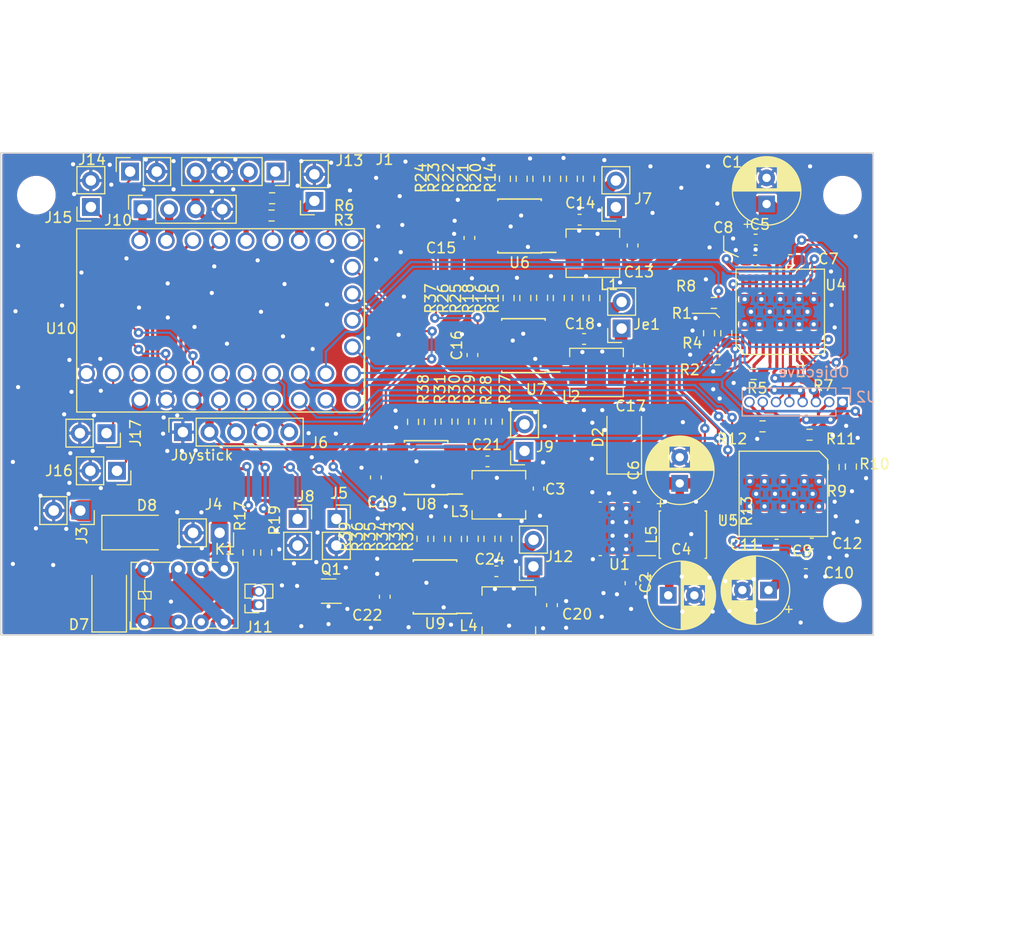
<source format=kicad_pcb>
(kicad_pcb (version 20221018) (generator pcbnew)
  (layers (0 "F.Cu" signal) (31 "B.Cu" signal) (34 "B.Paste" user) (35 "F.Paste" user) (36 "B.SilkS" user "B.Silkscreen") (37 "F.SilkS" user "F.Silkscreen") (38 "B.Mask" user) (39 "F.Mask" user) (44 "Edge.Cuts" user))
  (net 0 "")
  (net 1 "Strobe Input")
  (net 2 "GND")
  (net 3 "AOUT2_2")
  (net 4 "AOUT1_2")
  (net 5 "AOUT2_1")
  (net 6 "AOUT1_1")
  (net 7 "BOUT1_1")
  (net 8 "BOUT2_1")
  (net 9 "BOUT2_2")
  (net 10 "BOUT1_2")
  (net 11 "+5V")
  (net 12 "VarX")
  (net 13 "VarY")
  (net 14 "SW")
  (net 15 "+3V3")
  (net 16 "MOTORS_nSLEEP")
  (net 17 "Net-(U4-VCP)")
  (net 18 "Net-(U4-CONFIG)")
  (net 19 "Net-(U5-VCP)")
  (net 20 "Net-(U5-CONFIG)")
  (net 21 "Net-(J7-Pin_1)")
  (net 22 "Net-(Je1-Pin_1)")
  (net 23 "Net-(J9-Pin_1)")
  (net 24 "PWM_UV")
  (net 25 "RX")
  (net 26 "TX")
  (net 27 "PWM_RED")
  (net 28 "PWM_WHITE")
  (net 29 "nEN1")
  (net 30 "STEP1")
  (net 31 "DIR1")
  (net 32 "Net-(J12-Pin_1)")
  (net 33 "Net-(D7-A)")
  (net 34 "Net-(D8-A)")
  (net 35 "Net-(J7-Pin_2)")
  (net 36 "DIR2")
  (net 37 "STEP2")
  (net 38 "nEN2")
  (net 39 "Net-(J9-Pin_2)")
  (net 40 "Net-(J11-Pin_2)")
  (net 41 "Net-(J11-Pin_1)")
  (net 42 "+3.3VP")
  (net 43 "Net-(J12-Pin_2)")
  (net 44 "Net-(Je1-Pin_2)")
  (net 45 "Net-(U6-SW)")
  (net 46 "Net-(U7-SW)")
  (net 47 "Net-(U8-SW)")
  (net 48 "Net-(U9-SW)")
  (net 49 "Net-(Q1B-B2)")
  (net 50 "Net-(Q1A-B1)")
  (net 51 "SDA")
  (net 52 "Net-(U4-BDECAY)")
  (net 53 "nFLT1")
  (net 54 "nFLT2")
  (net 55 "Net-(U4-ADECAY)")
  (net 56 "Net-(U4-AISEN)")
  (net 57 "SCL")
  (net 58 "Net-(U4-BISEN)")
  (net 59 "Net-(U5-BDECAY)")
  (net 60 "Net-(U5-ADECAY)")
  (net 61 "Net-(U5-AISEN)")
  (net 62 "Solenoid_DIR")
  (net 63 "Net-(U5-BISEN)")
  (net 64 "Solenoid_ON")
  (net 65 "K1")
  (net 66 "PWM_IR")
  (net 67 "K2")
  (net 68 "K3")
  (net 69 "K4")
  (net 70 "K5")
  (net 71 "K6")
  (net 72 "Net-(U1-OUT)")
  (net 73 "Net-(U4-AVREF)")
  (net 74 "Net-(U5-AVREF)")
  (footprint "Connector_PinSocket_2.54mm:PinSocket_1x02_P2.54mm_Vertical" (layer "F.Cu") (at 65.6 66.6)
    (fp_text reference "J8")
    (fp_text value "Screw_Terminal_01x02" hide)
  )
  (footprint "Resistor_SMD:R_0603_1608Metric_Pad0.98x0.95mm_HandSolder" (layer "F.Cu") (at 87 34.0875 90)
    (fp_text reference "R23")
    (fp_text value "1" hide)
  )
  (footprint "Capacitor_SMD:C_0603_1608Metric_Pad1.08x0.95mm_HandSolder" (layer "F.Cu") (at 114.7125 68.95)
    (fp_text reference "C12")
    (fp_text value "2.2")
  )
  (footprint "Inductor_SMD:L_Chilisin_BMRx00040412" (layer "F.Cu") (at 94.15 52.6)
    (fp_text reference "L2")
    (fp_text value "4u7")
  )
  (footprint "Package_TO_SOT_SMD:SOT-363_SC-70-6_Handsoldering" (layer "F.Cu") (at 68.57 73.5 180)
    (fp_text reference "Q1")
    (fp_text value locked "FFB2222A")
  )
  (footprint "Capacitor_SMD:C_0603_1608Metric_Pad1.08x0.95mm_HandSolder" (layer "F.Cu") (at 98.2 51.9375 -90)
    (fp_text reference "C17")
    (fp_text value "22u")
  )
  (footprint "Capacitor_SMD:C_0603_1608Metric_Pad1.08x0.95mm_HandSolder" (layer "F.Cu") (at 88.625 63.695 -90)
    (fp_text reference "C3")
    (fp_text value "22u")
  )
  (footprint "Connector_PinSocket_2.54mm:PinSocket_1x02_P2.54mm_Vertical" (layer "F.Cu") (at 67.2 36.2 180)
    (fp_text reference "J1")
    (fp_text value "Screw_Terminal_01x02" hide)
  )
  (footprint "Resistor_SMD:R_0603_1608Metric_Pad0.98x0.95mm_HandSolder" (layer "F.Cu") (at 79.825 57.295 90)
    (fp_text reference "R30")
    (fp_text value "1")
  )
  (footprint "Relay_THT:Relay_DPDT_AXICOM_IMSeries_Pitch5.08mm" (layer "F.Cu") (at 51 76.44 90)
    (fp_text reference "K1")
    (fp_text value "IM03" hide)
  )
  (footprint "Connector_PinSocket_2.54mm:PinSocket_1x02_P2.54mm_Vertical" (layer "F.Cu") (at 69.3 66.6)
    (fp_text reference "J5")
    (fp_text value "Screw_Terminal_01x02" hide)
  )
  (footprint "Resistor_SMD:R_0603_1608Metric_Pad0.98x0.95mm_HandSolder" (layer "F.Cu") (at 113.7375 52.45 180)
    (fp_text reference "R7")
    (fp_text value "3.9")
  )
  (footprint "Resistor_SMD:R_0603_1608Metric_Pad0.98x0.95mm_HandSolder" (layer "F.Cu") (at 83.925 68.495 90)
    (fp_text reference "R33")
    (fp_text value "1")
  )
  (footprint "Connector_PinSocket_2.54mm:PinSocket_1x02_P2.54mm_Vertical" (layer "F.Cu") (at 49.6 33.4 90)
    (fp_text reference "J14")
    (fp_text value "Screw_Terminal_01x02" hide)
  )
  (footprint "Resistor_SMD:R_0603_1608Metric_Pad0.98x0.95mm_HandSolder" (layer "F.Cu") (at 87.35 45.4875 90)
    (fp_text reference "R26")
    (fp_text value "1" hide)
  )
  (footprint "Resistor_SMD:R_0603_1608Metric_Pad0.98x0.95mm_HandSolder" (layer "F.Cu") (at 118.45 61.6 90)
    (fp_text reference "R10")
    (fp_text value "470")
  )
  (footprint "Resistor_SMD:R_0603_1608Metric_Pad0.98x0.95mm_HandSolder" (layer "F.Cu") (at 85.75 45.4875 90)
    (fp_text reference "R37")
    (fp_text value "1")
  )
  (footprint "Resistor_SMD:R_0603_1608Metric_Pad0.98x0.95mm_HandSolder" (layer "F.Cu") (at 80.725 68.52 90)
    (fp_text reference "R35")
    (fp_text value "1")
  )
  (footprint "Package_SO:SOIC-8-1EP_3.9x4.9mm_P1.27mm_EP2.95x4.9mm_Mask2.71x3.4mm_ThermalVias" (layer "F.Cu") (at 96.3375 67.55 180)
    (fp_text reference "U1")
    (fp_text value "XL1509-3.3")
  )
  (footprint "Resistor_SMD:R_0603_1608Metric_Pad0.98x0.95mm_HandSolder" (layer "F.Cu") (at 63.1125 37.6 180)
    (fp_text reference "R3")
    (fp_text value "4k7")
  )
  (footprint "Connector_PinSocket_2.54mm:PinSocket_1x02_P2.54mm_Vertical" (layer "F.Cu") (at 87.275 60.095 180)
    (fp_text reference "J9")
    (fp_text value "Screw_Terminal_01x02" hide)
  )
  (footprint "Capacitor_SMD:C_0603_1608Metric_Pad1.08x0.95mm_HandSolder" (layer "F.Cu") (at 83.7375 61.095 180)
    (fp_text reference "C21")
    (fp_text value "0.1")
  )
  (footprint "Capacitor_THT:CP_Radial_D6.3mm_P2.50mm" (layer "F.Cu") (at 110.4 36.5 90)
    (fp_text reference "C1")
    (fp_text value "10uF")
  )
  (footprint "Capacitor_THT:CP_Radial_D6.3mm_P2.50mm" (layer "F.Cu") (at 110.58238 73.4 180)
    (fp_text reference "C9")
    (fp_text value "10uF")
  )
  (footprint "Resistor_SMD:R_0603_1608Metric_Pad0.98x0.95mm_HandSolder" (layer "F.Cu") (at 93.95 45.4875 90)
    (fp_text reference "R15")
    (fp_text value "1" hide)
  )
  (footprint "Inductor_SMD:L_Sunlord_SWPA4012S" (layer "F.Cu") (at 102.4 68.1 90)
    (fp_text reference "L5")
    (fp_text value "22u")
  )
  (footprint "Resistor_SMD:R_0603_1608Metric_Pad0.98x0.95mm_HandSolder" (layer "F.Cu") (at 88.95 45.4625 90)
    (fp_text reference "R25")
    (fp_text value "1" hide)
  )
  (footprint "Capacitor_SMD:C_0603_1608Metric_Pad1.08x0.95mm_HandSolder" (layer "F.Cu") (at 112.65 41.85 180)
    (fp_text reference "C7")
    (fp_text value "0.01")
  )
  (footprint "Resistor_SMD:R_0603_1608Metric_Pad0.98x0.95mm_HandSolder" (layer "F.Cu") (at 82.325 68.495 90)
    (fp_text reference "R34")
    (fp_text value "1")
  )
  (footprint "Resistor_SMD:R_0603_1608Metric_Pad0.98x0.95mm_HandSolder" (layer "F.Cu") (at 62.6 69.8125 -90)
    (fp_text reference "R19")
    (fp_text value "1k")
  )
  (footprint "Capacitor_SMD:C_0603_1608Metric_Pad1.08x0.95mm_HandSolder" (layer "F.Cu") (at 73.075 62.6325 90)
    (fp_text reference "C19")
    (fp_text value "22u")
  )
  (footprint "Resistor_SMD:R_0603_1608Metric_Pad0.98x0.95mm_HandSolder" (layer "F.Cu") (at 93.4 34.0875 90)
    (fp_text reference "R14")
    (fp_text value "1" hide)
  )
  (footprint "Capacitor_SMD:C_0603_1608Metric_Pad1.08x0.95mm_HandSolder" (layer "F.Cu") (at 89.9 74.8375 -90)
    (fp_text reference "C20")
    (fp_text value "22u")
  )
  (footprint "Resistor_SMD:R_0603_1608Metric_Pad0.98x0.95mm_HandSolder" (layer "F.Cu") (at 78.225 57.32 90)
    (fp_text reference "R31")
    (fp_text value "1")
  )
  (footprint "Capacitor_SMD:C_0603_1608Metric_Pad1.08x0.95mm_HandSolder" (layer "F.Cu") (at 82.3 50.9375 90)
    (fp_text reference "C16")
    (fp_text value "22u" hide)
  )
  (footprint "Resistor_SMD:R_0603_1608Metric_Pad0.98x0.95mm_HandSolder" (layer "F.Cu") (at 116.8 61.65 90)
    (fp_text reference "R9")
    (fp_text value "470")
  )
  (footprint "Resistor_SMD:R_0603_1608Metric_Pad0.98x0.95mm_HandSolder" (layer "F.Cu") (at 63.1625 35.95 180)
    (fp_text reference "R6")
    (fp_text value "4k7")
  )
  (footprint "Resistor_SMD:R_0603_1608Metric_Pad0.98x0.95mm_HandSolder" (layer "F.Cu") (at 106.55 48.85 -90)
    (fp_text reference "R1")
    (fp_text value "47k")
  )
  (footprint "Resistor_SMD:R_0603_1608Metric_Pad0.98x0.95mm_HandSolder" (layer "F.Cu") (at 104.9 48.85 -90)
    (fp_text reference "R4")
    (fp_text value "470")
  )
  (footprint "Connector_PinSocket_2.54mm:PinSocket_1x02_P2.54mm_Vertical" (layer "F.Cu") (at 44.84 65.8 -90)
    (fp_text reference "J3")
    (fp_text value "Screw_Terminal_01x02" hide)
  )
  (footprint "Resistor_SMD:R_0603_1608Metric_Pad0.98x0.95mm_HandSolder" (layer "F.Cu") (at 105.7125 51.35)
    (fp_text reference "R2")
    (fp_text value "470")
  )
  (footprint "Connector_PinSocket_2.54mm:PinSocket_1x02_P2.54mm_Vertical" (layer "F.Cu") (at 47.34 58.4 -90)
    (fp_text reference "J17")
    (fp_text value "Screw_Terminal_01x02" hide)
  )
  (footprint "Capacitor_SMD:C_0603_1608Metric_Pad1.08x0.95mm_HandSolder" (layer "F.Cu") (at 109.35 39.9)
    (fp_text reference "C5")
    (fp_text value "0.1")
  )
  (footprint "Connector_PinSocket_2.54mm:PinSocket_1x02_P2.54mm_Vertical" (layer "F.Cu") (at 88.125 71.14 180)
    (fp_text reference "J12")
    (fp_text value "Screw_Terminal_01x02" hide)
  )
  (footprint "Connector_PinSocket_2.54mm:PinSocket_1x02_P2.54mm_Vertical" (layer "F.Cu") (at 96 36.8 180)
    (fp_text reference "J7")
    (fp_text value "Screw_Terminal_01x02" hide)
  )
  (footprint "Capacitor_SMD:C_0603_1608Metric_Pad1.08x0.95mm_HandSolder" (layer "F.Cu") (at 111.35 69.05)
    (fp_text reference locked "C11")
    (fp_text value "0.01")
  )
  (footprint "Resistor_SMD:R_0603_1608Metric_Pad0.98x0.95mm_HandSolder" (layer "F.Cu") (at 92.35 45.4625 90)
    (fp_text reference "R16")
    (fp_text value "1" hide)
  )
  (footprint "Capacitor_SMD:C_0603_1608Metric_Pad1.08x0.95mm_HandSolder" (layer "F.Cu") (at 73.925 74.0325 90)
    (fp_text reference "C22")
    (fp_text value "22u")
  )
  (footprint "Diode_SMD:D_SMA" (layer "F.Cu") (at 50.3 67.9)
    (fp_text reference "D8")
    (fp_text value "CDBA3100-HF" hide)
  )
  (footprint "Resistor_SMD:R_0603_1608Metric_Pad0.98x0.95mm_HandSolder" (layer "F.Cu") (at 90.2 34.0875 90)
    (fp_text reference "R21")
    (fp_text value "1" hide)
  )
  (footprint "Resistor_SMD:R_0603_1608Metric_Pad0.98x0.95mm_HandSolder" (layer "F.Cu") (at 110.0125 57.75)
    (fp_text reference "R12")
    (fp_text value "3.9")
  )
  (footprint "Capacitor_SMD:C_0603_1608Metric_Pad1.08x0.95mm_HandSolder" (layer "F.Cu") (at 84.5875 71.6 180)
    (fp_text reference "C24")
    (fp_text value "0.1")
  )
  (footprint "Diode_SMD:D_SMA" (layer "F.Cu") (at 47.6 74 90)
    (fp_text reference "D7")
    (fp_text value "CDBA3100-HF" hide)
  )
  (footprint "Resistor_SMD:R_0603_1608Metric_Pad0.98x0.95mm_HandSolder" (layer "F.Cu") (at 105.3625 45.95)
    (fp_text reference "R8")
    (fp_text value "10k")
  )
  (footprint "Resistor_SMD:R_0603_1608Metric_Pad0.98x0.95mm_HandSolder" (layer "F.Cu") (at 109.15 52.75)
    (fp_text reference "R5")
    (fp_text value "3.9")
  )
  (footprint "Resistor_SMD:R_0603_1608Metric_Pad0.98x0.95mm_HandSolder" (layer "F.Cu") (at 83.025 57.295 90)
    (fp_text reference "R28")
    (fp_text value "1")
  )
  (footprint "Package_SO:PowerIntegrations_SO-8" (layer "F.Cu") (at 77.875 61.695 180)
    (fp_text reference "U8")
    (fp_text value "~")
  )
  (footprint "Resistor_SMD:R_0603_1608Metric_Pad0.98x0.95mm_HandSolder" (layer "F.Cu") (at 85.525 68.495 90)
    (fp_text reference "R32")
    (fp_text value "1")
  )
  (footprint "Resistor_SMD:R_0603_1608Metric_Pad0.98x0.95mm_HandSolder" (layer "F.Cu") (at 85.4 34.0875 90)
    (fp_text reference "R24")
    (fp_text value "1" hide)
  )
  (footprint "Capacitor_SMD:C_0603_1608Metric_Pad1.08x0.95mm_HandSolder" (layer "F.Cu") (at 114.15 70.85)
    (fp_text reference "C10")
    (fp_text value "0.1")
  )
  (footprint "Vedro:RP2040Zero" (layer "F.Cu") (at 58.14 47.62 90)
    (fp_text reference "U10")
    (fp_text value "~")
  )
  (footprint "Capacitor_SMD:C_0603_1608Metric_Pad1.08x0.95mm_HandSolder" (layer "F.Cu") (at 92.5375 38 180)
    (fp_text reference "C14")
    (fp_text value "0.1")
  )
  (footprint "MountingHole:MountingHole_3.2mm_M3" (layer "F.Cu") (at 40.645 35.65)
    (fp_text reference "REF**" hide)
    (fp_text value "MountingHole_3.2mm_M3" hide)
  )
  (footprint "Capacitor_THT:CP_Radial_D6.3mm_P2.50mm" (layer "F.Cu") (at 102.1 63.2 90)
    (fp_text reference "C6")
    (fp_text value "180uF")
  )
  (footprint "Connector_PinSocket_2.54mm:PinSocket_1x02_P2.54mm_Vertical" (layer "F.Cu") (at 58.15 67.925 -90)
    (fp_text reference "J4")
    (fp_text value "Screw_Terminal_01x02" hide)
  )
  (footprint "Connector_PinSocket_2.54mm:PinSocket_1x02_P2.54mm_Vertical" (layer "F.Cu") (at 45.85 36.79 180)
    (fp_text reference "J15")
    (fp_text value "Screw_Terminal_01x02" hide)
  )
  (footprint "Capacitor_SMD:C_0603_1608Metric_Pad1.08x0.95mm_HandSolder" (layer "F.Cu") (at 92.9625 49.4 180)
    (fp_text reference "C18")
    (fp_text value "0.1")
  )
  (footprint "Resistor_SMD:R_0603_1608Metric_Pad0.98x0.95mm_HandSolder" (layer "F.Cu") (at 79.125 68.495 90)
    (fp_text reference "R36")
    (fp_text value "1")
  )
  (footprint "MountingHole:MountingHole_3.2mm_M3" (layer "F.Cu") (at 117.645 74.65)
    (fp_text reference "REF**" hide)
    (fp_text value "MountingHole_3.2mm_M3" hide)
  )
  (footprint "Resistor_SMD:R_0603_1608Metric_Pad0.98x0.95mm_HandSolder" (layer "F.Cu") (at 84.625 57.295 90)
    (fp_text reference "R27")
    (fp_text value "1")
  )
  (footprint "Capacitor_SMD:C_0603_1608Metric_Pad1.08x0.95mm_HandSolder" (layer "F.Cu") (at 97.6 40.4625 -90)
    (fp_text reference "C13")
    (fp_text value "22u")
  )
  (footprint "Inductor_SMD:L_Chilisin_BMRx00040412" (layer "F.Cu") (at 84.825 64.295)
    (fp_text reference "L3")
    (fp_text value "4u7")
  )
  (footprint "Connector_PinSocket_2.54mm:PinSocket_1x04_P2.54mm_Vertical" (layer "F.Cu") (at 63.48 33.4 -90)
    (fp_text reference "J13")
    (fp_text value "I2C" hide)
  )
  (footprint "Package_SO:PowerIntegrations_SO-8" (layer "F.Cu") (at 86.8 38.6 180)
    (fp_text reference "U6")
    (fp_text value "~")
  )
  (footprint "Resistor_SMD:R_0603_1608Metric_Pad0.98x0.95mm_HandSolder" (layer "F.Cu") (at 114.5 58.55 180)
    (fp_text reference "R11")
    (fp_text value "3.9")
  )
  (footprint "Connector_PinSocket_2.54mm:PinSocket_1x02_P2.54mm_Vertical" (layer "F.Cu") (at 96.55 48.4 180)
    (fp_text reference "Je1")
    (fp_text value "Screw_Terminal_01x02" hide)
  )
  (footprint "Package_SO:PowerIntegrations_SO-8" (layer "F.Cu") (at 78.725 73.095 180)
    (fp_text reference "U9")
    (fp_text value "~")
  )
  (footprint "Resistor_SMD:R_0603_1608Metric_Pad0.98x0.95mm_HandSolder" (layer "F.Cu") (at 77.525 68.495 90)
    (fp_text reference "R39")
    (fp_text value "1")
  )
  (footprint "Diode_SMD:D_SMA" (layer "F.Cu") (at 96.8 58.8 90)
    (fp_text reference "D2")
    (fp_text value "CDBA3100-HF")
  )
  (footprint "Package_SO:PowerIntegrations_SO-8" (layer "F.Cu") (at 87.175 50.035 180)
    (fp_text reference "U7")
    (fp_text value "~")
  )
  (footprint "Resistor_SMD:R_0603_1608Metric_Pad0.98x0.95mm_HandSolder" (layer "F.Cu") (at 88.6 34.0875 90)
    (fp_text reference "R22")
    (fp_text value "1" hide)
  )
  (footprint "Vedro:DRV8834PWP" (layer "F.Cu") (at 111.7 46.8)
    (fp_text reference "U4")
    (fp_text value "DRV8834PWP" hide)
  )
  (footprint "Capacitor_SMD:C_0603_1608Metric_Pad1.08x0.95mm_HandSolder" (layer "F.Cu") (at 82.01 39.7375 90)
    (fp_text reference "C15")
    (fp_text value "22u")
  )
  (footprint "Resistor_SMD:R_0603_1608Metric_Pad0.98x0.95mm_HandSolder" (layer "F.Cu") (at 81.425 57.295 90)
    (fp_text reference "R29")
    (fp_text value "1")
  )
  (footprint "Resistor_SMD:R_0603_1608Metric_Pad0.98x0.95mm_HandSolder" (layer "F.Cu") (at 106.7 66.5125 -90)
    (fp_text reference "R13")
    (fp_text value "10 k")
  )
  (footprint "Inductor_SMD:L_Chilisin_BMRx00040412" (layer "F.Cu") (at 93.8 41.2)
    (fp_text reference "L1")
    (fp_text value "4u7")
  )
  (footprint "Connector_PinSocket_2.54mm:PinSocket_1x02_P2.54mm_Vertical" (layer "F.Cu") (at 48.34 62 -90)
    (fp_text reference "J16")
    (fp_text value "Screw_Terminal_01x02" hide)
  )
  (footprint "Vedro:DRV8834PWP" (layer "F.Cu") (at 112 64.2 180)
    (fp_text reference "U5")
    (fp_text value "DRV8834PWP" hide)
  )
  (footprint "Resistor_SMD:R_0603_1608Metric_Pad0.98x0.95mm_HandSolder" (layer "F.Cu") (at 90.55 45.4875 90)
    (fp_text reference "R18")
    (fp_text value "1")
  )
  (footprint "Capacitor_SMD:C_0603_1608Metric_Pad1.08x0.95mm_HandSolder" (layer "F.Cu") (at 109.3 41.9 180)
    (fp_text reference "C8")
    (fp_text value "2.2")
  )
  (footprint "Inductor_SMD:L_Chilisin_BMRx00040412" (layer "F.Cu") (at 85.775 75.4)
    (fp_text reference "L4")
    (fp_text value "4u7")
  )
  (footprint "Resistor_SMD:R_0603_1608Metric_Pad0.98x0.95mm_HandSolder" (layer "F.Cu") (at 91.8 34.0875 90)
    (fp_text reference "R20")
    (fp_text value "1" hide)
  )
  (footprint "Connector_PinSocket_1.27mm:PinSocket_1x02_P1.27mm_Vertical" (layer "F.Cu") (at 61.9 74.8 180)
    (fp_text reference "J11")
    (fp_text value "Screw_Terminal_01x02" hide)
  )
  (footprint "Resistor_SMD:R_0603_1608Metric_Pad0.98x0.95mm_HandSolder" (layer "F.Cu") (at 60.9 69.8125 -90)
    (fp_text reference "R17")
    (fp_text value "1k")
  )
  (footprint "Connector_PinSocket_2.54mm:PinSocket_1x04_P2.54mm_Vertical" (layer "F.Cu") (at 50.78 37 90)
    (fp_text reference "J10")
    (fp_text value "Bluetooth" hide)
  )
  (footprint "Connector_PinSocket_2.54mm:PinSocket_1x05_P2.54mm_Vertical" (layer "F.Cu") (at 54.64 58.3 90)
    (fp_text reference "J6")
    (fp_text value "Joystick")
  )
  (footprint "MountingHole:MountingHole_3.2mm_M3" (layer "F.Cu") (at 117.645 35.65)
    (fp_text reference "REF**" hide)
    (fp_text value "MountingHole_3.2mm_M3" hide)
  )
  (footprint "Resistor_SMD:R_0603_1608Metric_Pad0.98x0.95mm_HandSolder" (layer "F.Cu") (at 76.625 57.32 90)
    (fp_text reference "R38")
    (fp_text value "1")
  )
  (footprint "Capacitor_THT:CP_Radial_D6.3mm_P2.50mm" (layer "F.Cu") (at 101 73.9)
    (fp_text reference "C4")
    (fp_text value "470uF")
  )
  (footprint "Capacitor_SMD:C_0603_1608Metric_Pad1.08x0.95mm_HandSolder" (layer "F.Cu") (at 97.4 72.7375 -90)
    (fp_text reference "C2")
    (fp_text value "0.1")
  )
  (footprint "Connector_PinSocket_1.27mm:PinSocket_1x08_P1.27mm_Vertical" (layer "B.Cu") (at 117.65 55.425 90)
    (fp_text reference "J2")
    (fp_text value "Objective")
  )
  (gr_line (start 106.3 39.55) (end 106.3 40.95) (stroke (width 0.12)) (layer "F.SilkS"))
  (gr_line (start 105.5 46.95) (end 103.3 46.95) (stroke (width 0.12)) (layer "F.SilkS"))
  (gr_line (start 105.9 47.35) (end 105.5 46.95) (stroke (width 0.12)) (layer "F.SilkS"))
  (gr_line (start 106.3 40.95) (end 107.7 41.55) (stroke (width 0.12)) (layer "F.SilkS"))
  (gr_rect (start 37.25 31.6) (end 120.6 77.7) (stroke (width 0.1)) (fill none) (layer "Edge.Cuts"))
  (segment (start 65.76 37.44) (end 65.76 40) (width 0.8) (layer "F.Cu") (net 1))
  (segment (start 67 36.2) (end 65.76 37.44) (width 0.8) (layer "F.Cu") (net 1))
  (segment (start 67.2 36.2) (end 67 36.2) (width 0.8) (layer "F.Cu") (net 1))
  (segment (start 109.075 67) (end 109.075 65.125) (width 0.2) (layer "F.Cu") (net 2))
  (segment (start 109.075 65.125) (end 108.8 65.4) (width 0.2) (layer "F.Cu") (net 2))
  (segment (start 115.275 45.225) (end 114.9 45.6) (width 0.2) (layer "F.Cu") (net 2))
  (segment (start 110 64.2) (end 112 64.2) (width 0.2) (layer "F.Cu") (net 2))
  (segment (start 110.075 45.175) (end 111.7 46.8) (width 0.3) (layer "F.Cu") (net 2))
  (segment (start 108.425 65.775) (end 110 64.2) (width 0.2) (layer "F.Cu") (net 2))
  (segment (start 114.625 44) (end 115.275 44) (width 0.2) (layer "F.Cu") (net 2))
  (segment (start 115.275 44) (end 115.275 45.225) (width 0.2) (layer "F.Cu") (net 2))
  (segment (start 113.625 67) (end 113.625 65.375) (width 0.3) (layer "F.Cu") (net 2))
  (segment (start 114.625 45.875) (end 114.9 45.6) (width 0.2) (layer "F.Cu") (net 2))
  (segment (start 113.625 65.375) (end 113.8 65.2) (width 0.3) (layer "F.Cu") (net 2))
  (segment (start 114.625 44) (end 114.625 45.875) (width 0.2) (layer "F.Cu") (net 2))
  (segment (start 108.425 67) (end 108.425 65.775) (width 0.2) (layer "F.Cu") (net 2))
  (segment (start 110.075 44) (end 110.075 45.175) (width 0.3) (layer "F.Cu") (net 2))
  (via (at 55.75 48.25) (size 0.9) (drill 0.4) (layers "F.Cu" "B.Cu") (net 2))
  (via (at 75 57.85) (size 0.9) (drill 0.4) (layers "F.Cu" "B.Cu") (net 2))
  (via (at 43.722475 64.196695) (size 0.9) (drill 0.4) (layers "F.Cu" "B.Cu") (net 2))
  (via (at 94.7 50.6) (size 0.9) (drill 0.4) (layers "F.Cu" "B.Cu") (net 2))
  (via (at 102.25 34.95) (size 0.9) (drill 0.4) (layers "F.Cu" "B.Cu") (net 2))
  (via (at 70.35 75.2) (size 0.9) (drill 0.4) (layers "F.Cu" "B.Cu") (net 2))
  (via (at 104.95 72.2) (size 0.9) (drill 0.4) (layers "F.Cu" "B.Cu") (net 2))
  (via (at 105.91282 55.08718) (size 0.9) (drill 0.4) (layers "F.Cu" "B.Cu") (net 2))
  (via (at 66.65 58.4) (size 0.9) (drill 0.4) (layers "F.Cu" "B.Cu") (net 2))
  (via (at 68.55 74.95) (size 0.9) (drill 0.4) (layers "F.Cu" "B.Cu") (net 2))
  (via (at 41.030845 64.382325) (size 0.9) (drill 0.4) (layers "F.Cu" "B.Cu") (net 2))
  (via (at 86.95 37.6) (size 0.9) (drill 0.4) (layers "F.Cu" "B.Cu") (net 2))
  (via (at 64.2 49.15) (size 0.9) (drill 0.4) (layers "F.Cu" "B.Cu") (net 2))
  (via (at 106.85 75.4) (size 0.9) (drill 0.4) (layers "F.Cu" "B.Cu") (net 2))
  (via (at 106.45 72.55) (size 0.9) (drill 0.4) (layers "F.Cu" "B.Cu") (net 2))
  (via (at 94.817066 73.683229) (size 0.9) (drill 0.4) (layers "F.Cu" "B.Cu") (net 2))
  (via (at 75.75 65.65) (size 0.9) (drill 0.4) (layers "F.Cu" "B.Cu") (net 2))
  (via (at 43.3 56.6) (size 0.9) (drill 0.4) (layers "F.Cu" "B.Cu") (net 2))
  (via (at 84.45 73.3) (size 0.9) (drill 0.4) (layers "F.Cu" "B.Cu") (net 2))
  (via (at 116.7 58.6) (size 0.9) (drill 0.4) (layers "F.Cu" "B.Cu") (net 2))
  (via (at 104.8 32.9) (size 0.9) (drill 0.4) (layers "F.Cu" "B.Cu") (net 2))
  (via (at 53.2 47.35) (size 0.9) (drill 0.4) (layers "F.Cu" "B.Cu") (net 2))
  (via (at 63.85 69.5) (size 0.9) (drill 0.4) (layers "F.Cu" "B.Cu") (net 2))
  (via (at 88.75 66.3) (size 0.9) (drill 0.4) (layers "F.Cu" "B.Cu") (net 2))
  (via (at 43.5 67.55) (size 0.9) (drill 0.4) (layers "F.Cu" "B.Cu") (net 2))
  (via (at 119.9 62.7) (size 0.9) (drill 0.4) (layers "F.Cu" "B.Cu") (net 2))
  (via (at 82.25 43.6) (size 0.9) (drill 0.4) (layers "F.Cu" "B.Cu") (net 2))
  (via (at 56.45 69.4) (size 0.9) (drill 0.4) (layers "F.Cu" "B.Cu") (net 2))
  (via (at 68.6 34.75) (size 0.9) (drill 0.4) (layers "F.Cu" "B.Cu") (net 2))
  (via (at 94.95 58.0955) (size 0.9) (drill 0.4) (layers "F.Cu" "B.Cu") (net 2))
  (via (at 78.35 66.35) (size 0.9) (drill 0.4) (layers "F.Cu" "B.Cu") (net 2))
  (via (at 43.1 46.2) (size 0.9) (drill 0.4) (layers "F.Cu" "B.Cu") (net 2))
  (via (at 94.25 39.35) (size 0.9) (drill 0.4) (layers "F.Cu" "B.Cu") (net 2))
  (via (at 78.55 63.45) (size 0.9) (drill 0.4) (layers "F.Cu" "B.Cu") (net 2))
  (via (at 59.45 35.1) (size 0.9) (drill 0.4) (layers "F.Cu" "B.Cu") (net 2))
  (via (at 64.35 44.15) (size 0.9) (drill 0.4) (layers "F.Cu" "B.Cu") (net 2))
  (via (at 53.15 60.1) (size 0.9) (drill 0.4) (layers "F.Cu" "B.Cu") (net 2))
  (via (at 46.8 63.65) (size 0.9) (drill 0.4) (layers "F.Cu" "B.Cu") (net 2))
  (via (at 108.25 54.15) (size 0.9) (drill 0.4) (layers "F.Cu" "B.Cu") (net 2))
  (via (at 73.1 34) (size 0.9) (drill 0.4) (layers "F.Cu" "B.Cu") (net 2))
  (via (at 54.25 69.25) (size 0.9) (drill 0.4) (layers "F.Cu" "B.Cu") (net 2))
  (via (at 66.95 60.7) (size 0.9) (drill 0.4) (layers "F.Cu" "B.Cu") (net 2))
  (via (at 73.2 70.4) (size 0.9) (drill 0.4) (layers "F.Cu" "B.Cu") (net 2))
  (via (at 47.65 32.75) (size 0.9) (drill 0.4) (layers "F.Cu" "B.Cu") (net 2))
  (via (at 38.9 54) (size 0.9) (drill 0.4) (layers "F.Cu" "B.Cu") (net 2))
  (via (at 54.1 56.7) (size 0.9) (drill 0.4) (layers "F.Cu" "B.Cu") (net 2))
  (via (at 67.382513 70.722287) (size 0.9) (drill 0.4) (layers "F.Cu" "B.Cu") (net 2))
  (via (at 98.6 56.15) (size 0.9) (drill 0.4) (layers "F.Cu" "B.Cu") (net 2))
  (via (at 86.45 70.65) (size 0.9) (drill 0.4) (layers "F.Cu" "B.Cu") (net 2))
  (via (at 65.95 76.85) (size 0.9) (drill 0.4) (layers "F.Cu" "B.Cu") (net 2))
  (via (at 102.3 72.1) (size 0.9) (drill 0.4) (layers "F.Cu" "B.Cu") (net 2))
  (via (at 103.321851 48.593094) (size 0.9) (drill 0.4) (layers "F.Cu" "B.Cu") (net 2))
  (via (at 96.4 44) (size 0.9) (drill 0.4) (layers "F.Cu" "B.Cu") (net 2))
  (via (at 46.75 51.3) (size 0.9) (drill 0.4) (layers "F.Cu" "B.Cu") (net 2))
  (via (at 59.65 32.25) (size 0.9) (drill 0.4) (layers "F.Cu" "B.Cu") (net 2))
  (via (at 94.7 56.2) (size 0.9) (drill 0.4) (layers "F.Cu" "B.Cu") (net 2))
  (via (at 105.3 54.2) (size 0.9) (drill 0.4) (layers "F.Cu" "B.Cu") (net 2))
  (via (at 68.9 41.95) (size 0.9) (drill 0.4) (layers "F.Cu" "B.Cu") (net 2))
  (via (at 87.6 40.6) (size 0.9) (drill 0.4) (layers "F.Cu" "B.Cu") (net 2))
  (via (at 94.65 75.95) (size 0.9) (drill 0.4) (layers "F.Cu" "B.Cu") (net 2))
  (via (at 94.4 48.05) (size 0.9) (drill 0.4) (layers "F.Cu" "B.Cu") (net 2))
  (via (at 53.75 35.1) (size 0.9) (drill 0.4) (layers "F.Cu" "B.Cu") (net 2))
  (via (at 70.6 35.2) (size 0.9) (drill 0.4) (layers "F.Cu" "B.Cu") (net 2))
  (via (at 75.25 49) (size 0.9) (drill 0.4) (layers "F.Cu" "B.Cu") (net 2))
  (via (at 84.628637 62.668266) (size 0.9) (drill 0.4) (layers "F.Cu" "B.Cu") (net 2))
  (via (at 91 32.1) (size 0.9) (drill 0.4) (layers "F.Cu" "B.Cu") (net 2))
  (via (at 38.9 40.5) (size 0.9) (drill 0.4) (layers "F.Cu" "B.Cu") (net 2))
  (via (at 109.35 75.3) (size 0.9) (drill 0.4) (layers "F.Cu" "B.Cu") (net 2))
  (via (at 40.6 67.5) (size 0.9) (drill 0.4) (layers "F.Cu" "B.Cu") (net 2))
  (via (at 85.95 38.65) (size 0.9) (drill 0.4) (layers "F.Cu" "B.Cu") (net 2))
  (via (at 65.25 70.85) (size 0.9) (drill 0.4) (layers "F.Cu" "B.Cu") (net 2))
  (via (at 93.15 43.4) (size 0.9) (drill 0.4) (layers "F.Cu" "B.Cu") (net 2))
  (via (at 75.35 35.75) (size 0.9) (drill 0.4) (layers "F.Cu" "B.Cu") (net 2))
  (via (at 68.55 76.65) (size 0.9) (drill 0.4) (layers "F.Cu" "B.Cu") (net 2))
  (via (at 72.35 49.3) (size 0.9) (drill 0.4) (layers "F.Cu" "B.Cu") (net 2))
  (via (at 119.05 66.85) (size 0.9) (drill 0.4) (layers "F.Cu" "B.Cu") (net 2))
  (via (at 118.55 63.95) (size 0.9) (drill 0.4) (layers "F.Cu" "B.Cu") (net 2))
  (via (at 74.95 56.25) (size 0.9) (drill 0.4) (layers "F.Cu" "B.Cu") (net 2))
  (via (at 38.65 46.75) (size 0.9) (drill 0.4) (layers "F.Cu" "B.Cu") (net 2))
  (via (at 68.4 46.1) (size 0.9) (drill 0.4) (layers "F.Cu" "B.Cu") (net 2))
  (via (at 57.637445 42.46265) (size 0.9) (drill 0.4) (layers "F.Cu" "B.Cu") (net 2))
  (via (at 77.9 72.7) (size 0.9) (drill 0.4) (layers "F.Cu" "B.Cu") (net 2))
  (via (at 87.8 32.15) (size 0.9) (drill 0.4) (layers "F.Cu" "B.Cu") (net 2))
  (via (at 56.404152 65.971818) (size 0.9) (drill 0.4) (layers "F.Cu" "B.Cu") (net 2))
  (via (at 86.25 73.25) (size 0.9) (drill 0.4) (layers "F.Cu" "B.Cu") (net 2))
  (via (at 118.9 39.6) (size 0.9) (drill 0.4) (layers "F.Cu" "B.Cu") (net 2))
  (via (at 93.8 70.45) (size 0.9) (drill 0.4) (layers "F.Cu" "B.Cu") (net 2))
  (via (at 67.034949 50.356553) (size 0.9) (drill 0.4) (layers "F.Cu" "B.Cu") (net 2))
  (via (at 46.15 56.7) (size 0.9) (drill 0.4) (layers "F.Cu" "B.Cu") (net 2))
  (via (at 109.35 40.85) (size 0.9) (drill 0.4) (layers "F.Cu" "B.Cu") (net 2))
  (via (at 116.9 48.3) (size 0.9) (drill 0.4) (layers "F.Cu" "B.Cu") (net 2))
  (via (at 44 54.45) (size 0.9) (drill 0.4) (layers "F.Cu" "B.Cu") (net 2))
  (via (at 94.4 37.1) (size 0.9) (drill 0.4) (layers "F.Cu" "B.Cu") (net 2))
  (via (at 80.6 38.1) (size 0.9) (drill 0.4) (layers "F.Cu" "B.Cu") (net 2))
  (via (at 57.4 35.3) (size 0.9) (drill 0.4) (layers "F.Cu" "B.Cu") (net 2))
  (via (at 57.15 32.25) (size 0.9) (drill 0.4) (layers "F.Cu" "B.Cu") (net 2))
  (via (at 97.45 75.2) (size 0.9) (drill 0.4) (layers "F.Cu" "B.Cu") (net 2))
  (via (at 73.3 38.65) (size 0.9) (drill 0.4) (layers "F.Cu" "B.Cu") (net 2))
  (via (at 46.024284 60.094278) (size 0.9) (drill 0.4) (layers "F.Cu" "B.Cu") (net 2))
  (via (at 72.6 77) (size 0.9) (drill 0.4) (layers "F.Cu" "B.Cu") (net 2))
  (via (at 44.25 35.55) (size 0.9) (drill 0.4) (layers "F.Cu" "B.Cu") (net 2))
  (via (at 57.4 45) (size 0.9) (drill 0.4) (layers "F.Cu" "B.Cu") (net 2))
  (via (at 65.55 73) (size 0.9) (drill 0.4) (layers "F.Cu" "B.Cu") (net 2))
  (via (at 75.45 41.1) (size 0.9) (drill 0.4) (layers "F.Cu" "B.Cu") (net 2))
  (via (at 50.45 46.4) (size 0.9) (drill 0.4) (layers "F.Cu" "B.Cu") (net 2))
  (via (at 44.95 43.05) (size 0.9) (drill 0.4) (layers "F.Cu" "B.Cu") (net 2))
  (via (at 44.15 32.7) (size 0.9) (drill 0.4) (layers "F.Cu" "B.Cu") (net 2))
  (via (at 107.25 53.6) (size 0.9) (drill 0.4) (layers "F.Cu" "B.Cu") (net 2))
  (via (at 105.25 75.45) (size 0.9) (drill 0.4) (layers "F.Cu" "B.Cu") (net 2))
  (via (at 73.1 41.8) (size 0.9) (drill 0.4) (layers "F.Cu" "B.Cu") (net 2))
  (via (at 105.694265 36.461449) (size 0.9) (drill 0.4) (layers "F.Cu" "B.Cu") (net 2))
  (via (at 118.05 70.1) (size 0.9) (drill 0.4) (layers "F.Cu" "B.Cu") (net 2))
  (via (at 93.75 64.05) (size 0.9) (drill 0.4) (layers "F.Cu" "B.Cu") (net 2))
  (via (at 116.55 42.95) (size 0.9) (drill 0.4) (layers "F.Cu" "B.Cu") (net 2))
  (via (at 52.8 56.9) (size 0.9) (drill 0.4) (layers "F.Cu" "B.Cu") (net 2))
  (via (at 113.65 76.5) (size 0.9) (drill 0.4) (layers "F.Cu" "B.Cu") (net 2))
  (via (at 65.95 32.4) (size 0.9) (drill 0.4) (layers "F.Cu" "B.Cu") (net 2))
  (via (at 61.781858 41.884493) (size 0.9) (drill 0.4) (layers "F.Cu" "B.Cu") (net 2))
  (via (at 99.5 37.35) (size 0.9) (drill 0.4) (layers "F.Cu" "B.Cu") (net 2))
  (via (at 89.8 43.4) (size 0.9) (drill 0.4) (layers "F.Cu" "B.Cu") (net 2))
  (via (at 116.9 64.95) (size 0.9) (drill 0.4) (layers "F.Cu" "B.Cu") (net 2))
  (via (at 85.9 56.15) (size 0.9) (drill 0.4) (layers "F.Cu" "B.Cu") (net 2))
  (via (at 89.05 61.2) (size 0.9) (drill 0.4) (layers "F.Cu" "B.Cu") (net 2))
  (via (at 58.85 49.85) (size 0.9) (drill 0.4) (layers "F.Cu" "B.Cu") (net 2))
  (via (at 102.4 57.35) (size 0.9) (drill 0.4) (layers "F.Cu" "B.Cu") (net 2))
  (via (at 42.25 71) (size 0.9) (drill 0.4) (layers "F.Cu" "B.Cu") (net 2))
  (via (at 96.1 73.8) (size 0.9) (drill 0.4) (layers "F.Cu" "B.Cu") (net 2))
  (via (at 50.894911 35.112241) (size 0.9) (drill 0.4) (layers "F.Cu" "B.Cu") (net 2))
  (via (at 103.1 50.9) (size 0.9) (drill 0.4) (layers "F.Cu" "B.Cu") (net 2))
  (via (at 86.15 49.55) (size 0.9) (drill 0.4) (layers "F.Cu" "B.Cu") (net 2))
  (via (at 103.65 64.95) (size 0.9) (drill 0.4) (layers "F.Cu" "B.Cu") (net 2))
  (via (at 104.6 43.7) (size 0.9) (drill 0.4) (layers "F.Cu" "B.Cu") (net 2))
  (via (at 114.15 72.1) (size 0.9) (drill 0.4) (layers "F.Cu" "B.Cu") (net 2))
  (via (at 85.8 76.8) (size 0.9) (drill 0.4) (layers "F.Cu" "B.Cu") (net 2))
  (via (at 46.8 54.35) (size 0.9) (drill 0.4) (layers "F.Cu" "B.Cu") (net 2))
  (via (at 88.3 51.3) (size 0.9) (drill 0.4) (layers "F.Cu" "B.Cu") (net 2))
  (via (at 93.7 60.85) (size 0.9) (drill 0.4) (layers "F.Cu" "B.Cu") (net 2))
  (via (at 65.6 34.75) (size 0.9) (drill 0.4) (layers "F.Cu" "B.Cu") (net 2))
  (via (at 75.6 38.5) (size 0.9) (drill 0.4) (layers "F.Cu" "B.Cu") (net 2))
  (via (at 84.9 66.25) (size 0.9) (drill 0.4) (layers "F.Cu" "B.Cu") (net 2))
  (via (at 116.8 67.95) (size 0.9) (drill 0.4) (layers "F.Cu" "B.Cu") (net 2))
  (via (at 81.3 48.95) (size 0.9) (drill 0.4) (layers "F.Cu" "B.Cu") (net 2))
  (via (at 53.189293 44.09155) (size 0.9) (drill 0.4) (layers "F.Cu" "B.Cu") (net 2))
  (via (at 79.75 65.4) (size 0.9) (drill 0.4) (layers "F.Cu" "B.Cu") (net 2))
  (via (at 70.2 71.25) (size 0.9) (drill 0.4) (layers "F.Cu" "B.Cu") (net 2))
  (via (at 51.1 32.25) (size 0.9) (drill 0.4) (layers "F.Cu" "B.Cu") (net 2))
  (via (at 55.85 60.05) (size 0.9) (drill 0.4) (layers "F.Cu" "B.Cu") (net 2))
  (via (at 107.45 40.9) (size 0.9) (drill 0.4) (layers "F.Cu" "B.Cu") (net 2))
  (via (at 103.6 47.4) (size 0.9) (drill 0.4) (layers "F.Cu" "B.Cu") (net 2))
  (via (at 43.8 63.15) (size 0.9) (drill 0.4) (layers "F.Cu" "B.Cu") (net 2))
  (via (at 109.5 58.95) (size 0.9) (drill 0.4) (layers "F.Cu" "B.Cu") (net 2))
  (via (at 89.05 77.05) (size 0.9) (drill 0.4) (layers "F.Cu" "B.Cu") (net 2))
  (via (at 95.35 64.15) (size 0.9) (drill 0.4) (layers "F.Cu" "B.Cu") (net 2))
  (via (at 38.4 61.15) (size 0.9) (drill 0.4) (layers "F.Cu" "B.Cu") (net 2))
  (via (at 105.3 52.5) (size 0.9) (drill 0.4) (layers "F.Cu" "B.Cu") (net 2))
  (via (at 67.5 67.9) (size 0.9) (drill 0.4) (layers "F.Cu" "B.Cu") (net 2))
  (via (at 68.8 32.55) (size 0.9) (drill 0.4) (layers "F.Cu" "B.Cu") (net 2))
  (via (at 97.8 64.05) (size 0.9) (drill 0.4) (layers "F.Cu" "B.Cu") (net 2))
  (via (at 119.1 58.85) (size 0.9) (drill 0.4) (layers "F.Cu" "B.Cu") (net 2))
  (via (at 92.95 56.2) (size 0.9) (drill 0.4) (layers "F.Cu" "B.Cu") (net 2))
  (via (at 88.3 56.4) (size 0.9) (drill 0.4) (layers "F.Cu" "B.Cu") (net 2))
  (via (at 91.25 77) (size 0.9) (drill 0.4) (layers "F.Cu" "B.Cu") (net 2))
  (via (at 116 72.1) (size 0.9) (drill 0.4) (layers "F.Cu" "B.Cu") (net 2))
  (via (at 73.2 71.85) (size 0.9) (drill 0.4) (layers "F.Cu" "B.Cu") (net 2))
  (via (at 87.15 48.9) (size 0.9) (drill 0.4) (layers "F.Cu" "B.Cu") (net 2))
  (via (at 94.9 32.3) (size 0.9) (drill 0.4) (layers "F.Cu" "B.Cu") (net 2))
  (via (at 92.5 36.9) (size 0.9) (drill 0.4) (layers "F.Cu" "B.Cu") (net 2))
  (via (at 54.1 65.95) (size 0.9) (drill 0.4) (layers "F.Cu" "B.Cu") (net 2))
  (via (at 73.25 66.55) (size 0.9) (drill 0.4) (layers "F.Cu" "B.Cu") (net 2))
  (via (at 52.75 58.45) (size 0.9) (drill 0.4) (layers "F.Cu" "B.Cu") (net 2))
  (via (at 92.5 39.05) (size 0.9) (drill 0.4) (layers "F.Cu" "B.Cu") (net 2))
  (via (at 103.2 68.05) (size 0.9) (drill 0.4) (layers "F.Cu" "B.Cu") (net 2))
  (via (at 63.6 67.7) (size 0.9) (drill 0.4) (layers "F.Cu" "B.Cu") (net 2))
  (via (at 69.25 58.45) (size 0.9) (drill 0.4) (layers "F.Cu" "B.Cu") (net 2))
  (via (at 83.35 32.2) (size 0.9) (drill 0.4) (layers "F.Cu" "B.Cu") (net 2))
  (via (at 38.4 70.9) (size 0.9) (drill 0.4) (layers "F.Cu" "B.Cu") (net 2))
  (via (at 80.25 76.7) (size 0.9) (drill 0.4) (layers "F.Cu" "B.Cu") (net 2))
  (via (at 102.35 75.45) (size 0.9) (drill 0.4) (layers "F.Cu" "B.Cu") (net 2))
  (via (at 47.8 34.65) (size 0.9) (drill 0.4) (layers "F.Cu" "B.Cu") (net 2))
  (via (at 86.55 43.55) (size 0.9) (drill 0.4) (layers "F.Cu" "B.Cu") (net 2))
  (via (at 104.95 40.65) (size 0.9) (drill 0.4) (layers "F.Cu" "B.Cu") (net 2))
  (via (at 109.15 72.35) (size 0.9) (drill 0.4) (layers "F.Cu" "B.Cu") (net 2))
  (via (at 100.7 64.95) (size 0.9) (drill 0.4) (layers "F.Cu" "B.Cu") (net 2))
  (via (at 62.1 46.8) (size 0.9) (drill 0.4) (layers "F.Cu" "B.Cu") (net 2))
  (via (at 76.95 61.1) (size 0.9) (drill 0.4) (layers "F.Cu" "B.Cu") (net 2))
  (via (at 54.55 60.1) (size 0.9) (drill 0.4) (layers "F.Cu" "B.Cu") (net 2))
  (via (at 116.6 46.15) (size 0.9) (drill 0.4) (layers "F.Cu" "B.Cu") (net 2))
  (via (at 118 57.7) (size 0.9) (drill 0.4) (layers "F.Cu" "B.Cu") (net 2))
  (via (at 79.55 75.05) (size 0.9) (drill 0.4) (layers "F.Cu" "B.Cu") (net 2))
  (via (at 43.889542 60.317034) (size 0.9) (drill 0.4) (layers "F.Cu" "B.Cu") (net 2))
  (via (at 84.55 70.6) (size 0.9) (drill 0.4) (layers "F.Cu" "B.Cu") (net 2))
  (via (at 49.25 41.7) (size 0.9) (drill 0.4) (layers "F.Cu" "B.Cu") (net 2))
  (via (at 75.75 45.35) (size 0.9) (drill 0.4) (layers "F.Cu" "B.Cu") (net 2))
  (via (at 64.1 72.95) (size 0.9) (drill 0.4) (layers "F.Cu" "B.Cu") (net 2))
  (via (at 75.9 32.45) (size 0.9) (drill 0.4) (layers "F.Cu" "B.Cu") (net 2))
  (via (at 71.7 61.7) (size 0.9) (drill 0.4) (layers "F.Cu" "B.Cu") (net 2))
  (via (at 98.85 74.05) (size 0.9) (drill 0.4) (layers "F.Cu" "B.Cu") (net 2))
  (via (at 89.206017 57.747583) (size 0.9) (drill 0.4) (layers "F.Cu" "B.Cu") (net 2))
  (via (at 114.55 32.9) (size 0.9) (drill 0.4) (layers "F.Cu" "B.Cu") (net 2))
  (via (at 80.9 36.1) (size 0.9) (drill 0.4) (layers "F.Cu" "B.Cu") (net 2))
  (via (at 99.3 32.9) (size 0.9) (drill 0.4) (layers "F.Cu" "B.Cu") (net 2))
  (via (at 53.75 32.4) (size 0.9) (drill 0.4) (layers "F.Cu" "B.Cu") (net 2))
  (via (at 76.2 76.95) (size 0.9) (drill 0.4) (layers "F.Cu" "B.Cu") (net 2))
  (via (at 93.75 57.4) (size 0.9) (drill 0.4) (layers "F.Cu" "B.Cu") (net 2))
  (via (at 91.25 74.45) (size 0.9) (drill 0.4) (layers "F.Cu" "B.Cu") (net 2))
  (via (at 43.8 51.4) (size 0.9) (drill 0.4) (layers "F.Cu" "B.Cu") (net 2))
  (via (at 116.4 70.3) (size 0.9) (drill 0.4) (layers "F.Cu" "B.Cu") (net 2))
  (via (at 92.8 50.65) (size 0.9) (drill 0.4) (layers "F.Cu" "B.Cu") (net 2))
  (via (at 80.55 39.35) (size 0.9) (drill 0.4) (layers "F.Cu" "B.Cu") (net 2))
  (via (at 87 66.8) (size 0.9) (drill 0.4) (layers "F.Cu" "B.Cu") (net 2))
  (via (at 117 66.35) (size 0.9) (drill 0.4) (layers "F.Cu" "B.Cu") (net 2))
  (via (at 107.2 39.8) (size 0.9) (drill 0.4) (layers "F.Cu" "B.Cu") (net 2))
  (via (at 53.5 74.5) (size 0.9) (drill 0.4) (layers "F.Cu" "B.Cu") (net 2))
  (segment (start 112.325 58.494829) (end 113.719829 57.1) (width 0.3) (layer "F.Cu") (net 3))
  (segment (start 113.719829 57.1) (end 114.2 57.1) (width 0.3) (layer "F.Cu") (net 3))
  (segment (start 116.5 57.1) (end 117.65 55.95) (width 0.8) (layer "F.Cu") (net 3))
  (segment (start 112.325 61.4) (end 112.325 58.494829) (width 0.3) (layer "F.Cu") (net 3))
  (segment (start 117.65 55.95) (end 117.65 55.425) (width 0.8) (layer "F.Cu") (net 3))
  (via (at 116.5 57.1) (size 0.9) (drill 0.4) (layers "F.Cu" "B.Cu") (net 3))
  (via (at 114.2 57.1) (size 0.9) (drill 0.4) (layers "F.Cu" "B.Cu") (net 3))
  (segment (start 114.2 57.1) (end 116.5 57.1) (width 0.8) (layer "B.Cu") (net 3))
  (segment (start 114.2 59.65) (end 114.5 59.35) (width 0.3) (layer "F.Cu") (net 4))
  (segment (start 115.35 56.455) (end 116.38 55.425) (width 0.3) (layer "F.Cu") (net 4))
  (segment (start 113.625 61.4) (end 113.625 60.331428) (width 0.3) (layer "F.Cu") (net 4))
  (segment (start 113.625 60.331428) (end 114.2 59.756428) (width 0.3) (layer "F.Cu") (net 4))
  (segment (start 114.5 58.05) (end 115.35 57.2) (width 0.3) (layer "F.Cu") (net 4))
  (segment (start 115.35 57.2) (end 115.35 56.455) (width 0.3) (layer "F.Cu") (net 4))
  (segment (start 114.5 59.35) (end 114.5 58.05) (width 0.3) (layer "F.Cu") (net 4))
  (segment (start 114.2 59.756428) (end 114.2 59.65) (width 0.3) (layer "F.Cu") (net 4))
  (segment (start 114.875 54.275) (end 115.11 54.51) (width 0.6) (layer "F.Cu") (net 5))
  (segment (start 111.2005 53.15) (end 111.17685 53.17365) (width 0.25) (layer "F.Cu") (net 5))
  (segment (start 111.098661 53.17365) (end 111.098661 52.546155) (width 0.3) (layer "F.Cu") (net 5))
  (segment (start 111.098661 52.546155) (end 111.375 52.269816) (width 0.3) (layer "F.Cu") (net 5))
  (segment (start 111.17685 53.17365) (end 111.098661 53.17365) (width 0.25) (layer "F.Cu") (net 5))
  (segment (start 111.375 52.269816) (end 111.375 49.6) (width 0.3) (layer "F.Cu") (net 5))
  (segment (start 115.11 54.51) (end 115.11 55.425) (width 0.6) (layer "F.Cu") (net 5))
  (via (at 114.875 54.275) (size 0.9) (drill 0.4) (layers "F.Cu" "B.Cu") (net 5))
  (via (at 111.2005 53.15) (size 0.9) (drill 0.4) (layers "F.Cu" "B.Cu") (net 5))
  (segment (start 114.875 54.090075) (end 113.934925 53.15) (width 0.8) (layer "B.Cu") (net 5))
  (segment (start 114.875 54.275) (end 114.875 53.725) (width 0.25) (layer "B.Cu") (net 5))
  (segment (start 114.875 53.725) (end 114.05 52.9) (width 0.25) (layer "B.Cu") (net 5))
  (segment (start 114.875 54.275) (end 114.875 54.090075) (width 0.8) (layer "B.Cu") (net 5))
  (segment (start 113.934925 53.15) (end 111.2005 53.15) (width 0.8) (layer "B.Cu") (net 5))
  (segment (start 109.925011 54.275011) (end 109.2 53.55) (width 0.3) (layer "F.Cu") (net 6))
  (segment (start 113.6 54.3) (end 113.84 54.54) (width 0.5) (layer "F.Cu") (net 6))
  (segment (start 113.84 54.54) (end 113.84 55.425) (width 0.5) (layer "F.Cu") (net 6))
  (segment (start 110.075 51.025) (end 110.075 49.6) (width 0.3) (layer "F.Cu") (net 6))
  (segment (start 111.15 54.275011) (end 109.925011 54.275011) (width 0.3) (layer "F.Cu") (net 6))
  (segment (start 109.2 51.9) (end 110.075 51.025) (width 0.3) (layer "F.Cu") (net 6))
  (segment (start 109.2 53.55) (end 109.2 51.9) (width 0.3) (layer "F.Cu") (net 6))
  (via (at 111.15 54.275011) (size 0.9) (drill 0.4) (layers "F.Cu" "B.Cu") (net 6))
  (via (at 113.6 54.3) (size 0.9) (drill 0.4) (layers "F.Cu" "B.Cu") (net 6))
  (segment (start 113.55 54.3) (end 113.6 54.3) (width 0.25) (layer "B.Cu") (net 6))
  (segment (start 111.174989 54.3) (end 111.15 54.275011) (width 0.8) (layer "B.Cu") (net 6))
  (segment (start 113.55 54.3) (end 111.174989 54.3) (width 0.8) (layer "B.Cu") (net 6))
  (segment (start 112.57 54.03) (end 113.63702 52.96298) (width 0.25) (layer "F.Cu") (net 7))
  (segment (start 113.325 51.475) (end 113.325 49.6) (width 0.25) (layer "F.Cu") (net 7))
  (segment (start 113.63702 52.96298) (end 113.63702 51.78702) (width 0.25) (layer "F.Cu") (net 7))
  (segment (start 112.57 55.425) (end 112.57 54.03) (width 0.25) (layer "F.Cu") (net 7))
  (segment (start 113.63702 51.78702) (end 113.325 51.475) (width 0.25) (layer "F.Cu") (net 7))
  (segment (start 111.3 55.425) (end 111.95 54.775) (width 0.2) (layer "F.Cu") (net 8))
  (segment (start 111.925011 49.699989) (end 112.025 49.6) (width 0.3) (layer "F.Cu") (net 8))
  (segment (start 111.95 49.724978) (end 111.925011 49.699989) (width 0.2) (layer "F.Cu") (net 8))
  (segment (start 111.95 54.775) (end 111.95 49.724978) (width 0.2) (layer "F.Cu") (net 8))
  (segment (start 111.675 61.4) (end 111.675 60.275) (width 0.3) (layer "F.Cu") (net 9))
  (segment (start 109.925 55.425) (end 109.9 55.45) (width 0.25) (layer "F.Cu") (net 9))
  (segment (start 111.8 60.15) (end 111.8 57.05) (width 0.3) (layer "F.Cu") (net 9))
  (segment (start 110.03 56.132106) (end 110.272894 56.375) (width 0.3) (layer "F.Cu") (net 9))
  (segment (start 110.272894 56.375) (end 111.125 56.375) (width 0.3) (layer "F.Cu") (net 9))
  (segment (start 110.03 55.425) (end 109.925 55.425) (width 0.25) (layer "F.Cu") (net 9))
  (segment (start 111.675 60.275) (end 111.8 60.15) (width 0.3) (layer "F.Cu") (net 9))
  (segment (start 111.8 57.05) (end 111.125 56.375) (width 0.3) (layer "F.Cu") (net 9))
  (segment (start 110.03 55.425) (end 110.03 56.132106) (width 0.3) (layer "F.Cu") (net 9))
  (segment (start 110 56.9) (end 110 58.2) (width 0.3) (layer "F.Cu") (net 10))
  (segment (start 110.375 61.4) (end 110.375 59.930171) (width 0.3) (layer "F.Cu") (net 10))
  (segment (start 110.375 61.4) (end 110.375 59.894816) (width 0.25) (layer "F.Cu") (net 10))
  (segment (start 108.76 55.66) (end 110 56.9) (width 0.3) (layer "F.Cu") (net 10))
  (segment (start 110.375 59.930171) (end 110.375 58.575) (width 0.3) (layer "F.Cu") (net 10))
  (segment (start 110.375 58.575) (end 110 58.2) (width 0.3) (layer "F.Cu") (net 10))
  (segment (start 108.76 55.425) (end 108.76 55.66) (width 0.3) (layer "F.Cu") (net 10))
  (segment (start 88.435 37.965) (end 89.525 37.965) (width 1) (layer "F.Cu") (net 11))
  (segment (start 81.45 72.46) (end 80.17 72.46) (width 1.2) (layer "F.Cu") (net 11))
  (segment (start 85.8 40.6) (end 88.435 37.965) (width 1) (layer "F.Cu") (net 11))
  (segment (start 89.9 49.4) (end 88.62 49.4) (width 1.2) (layer "F.Cu") (net 11))
  (segment (start 101.1 73.7) (end 101.1 72.8) (width 0.8) (layer "F.Cu") (net 11))
  (segment (start 86.81 50.99) (end 86.81 51.21) (width 1) (layer "F.Cu") (net 11))
  (segment (start 51 76.44) (end 54.2 76.44) (width 1.2) (layer "F.Cu") (net 11))
  (segment (start 50.56 76) (end 51 76.44) (width 1.2) (layer "F.Cu") (net 11))
  (segment (start 72.6 75.4) (end 73.42 75.4) (width 1.2) (layer "F.Cu") (net 11))
  (segment (start 44.25 70.24939) (end 44.25 73.85) (width 1.2) (layer "F.Cu") (net 11))
  (segment (start 80.8 47.067767) (end 79.8 48.067767) (width 1.2) (layer "F.Cu") (net 11))
  (segment (start 70.4 60.8) (end 73.125 58.075) (width 1.2) (layer "F.Cu") (net 11))
  (segment (start 88.4 49.4) (end 86.81 50.99) (width 1) (layer "F.Cu") (net 11))
  (segment (start 86.81 52.36) (end 90.6 56.15) (width 1.5) (layer "F.Cu") (net 11))
  (segment (start 58.4 63.495) (end 58.15 63.745) (width 2) (layer "F.Cu") (net 11))
  (segment (start 98.9 70.6) (end 98.3 71.2) (width 1.5) (layer "F.Cu") (net 11))
  (segment (start 92 71.6) (end 91.2 70.8) (width 2) (layer "F.Cu") (net 11))
  (segment (start 101.1 72.8) (end 98.9 70.6) (width 0.8) (layer "F.Cu") (net 11))
  (segment (start 86.81 52.36) (end 86.81 51.21) (width 1.2) (layer "F.Cu") (net 11))
  (segment (start 51.055 64.885) (end 52.445 63.495) (width 2) (layer "F.Cu") (net 11))
  (segment (start 82.865 72.46) (end 81.45 72.46) (width 1.2) (layer "F.Cu") (net 11))
  (segment (start 47.385 65.8) (end 48.3 64.885) (width 2) (layer "F.Cu") (net 11))
  (segment (start 80.17 72.46) (end 77.63 75) (width 1.2) (layer "F.Cu") (net 11))
  (segment (start 97.9 71.6) (end 97.17654 71.6) (width 1.5) (layer "F.Cu") (net 11))
  (segment (start 96.57654 72.2) (end 92.6 72.2) (width 1.5) (layer "F.Cu") (net 11))
  (segment (start 80.8 40.8) (end 80.8 47.067767) (width 1.2) (layer "F.Cu") (net 11))
  (segment (start 79.8 51.3) (end 80.4 51.9) (width 1.2) (layer "F.Cu") (net 11))
  (segment (start 52.445 63.495) (end 58.4 63.495) (width 2) (layer "F.Cu") (net 11))
  (segment (start 74.03 75) (end 73.925 74.895) (width 1) (layer "F.Cu") (net 11))
  (segment (start 47.6 76) (end 50.56 76) (width 1.2) (layer "F.Cu") (net 11))
  (segment (start 80.635 61.095) (end 80.6 61.06) (width 1.2) (layer "F.Cu") (net 11))
  (segment (start 77.63 75) (end 75.5 75) (width 1) (layer "F.Cu") (net 11))
  (segment (start 82.875 61.095) (end 80.635 61.095) (width 1) (layer "F.Cu") (net 11))
  (segment (start 58.15 63.745) (end 58.15 67.925) (width 1.5) (layer "F.Cu") (net 11))
  (segment (start 98.9 69.455) (end 98.9 70.6) (width 1) (layer "F.Cu") (net 11))
  (segment (start 70.4 63.495) (end 70.4 60.8) (width 1.2) (layer "F.Cu") (net 11))
  (segment (start 89.9 49.4) (end 92.1 49.4) (width 1.2) (layer "F.Cu") (net 11))
  (segment (start 86.08 51.94) (end 84.45 51.94) (width 1.2) (layer "F.Cu") (net 11))
  (segment (start 88.62 49.4) (end 88.4 49.4) (width 1) (layer "F.Cu") (net 11))
  (segment (start 78.97 61.06) (end 80.6 61.06) (width 1.2) (layer "F.Cu") (net 11))
  (segment (start 48.3 67.9) (end 46.59939 67.9) (width 1.2) (layer "F.Cu") (net 11))
  (segment (start 76.43 63.6) (end 78.97 61.06) (width 1.2) (layer "F.Cu") (net 11))
  (segment (start 71.8 63.495) (end 71.8 74.6) (width 1.2) (layer "F.Cu") (net 11))
  (segment (start 75.15 63.6) (end 73.18 63.6) (width 1.2) (layer "F.Cu") (net 11))
  (segment (start 50.52 64.35) (end 51.055 64.885) (width 1.2) (layer "F.Cu") (net 11))
  (segment (start 44.84 65.8) (end 47.385 65.8) (width 2) (layer "F.Cu") (net 11))
  (segment (start 80.4 51.9) (end 82.2 51.9) (width 1.2) (layer "F.Cu") (net 11))
  (segment (start 71.8 74.6) (end 72.6 75.4) (width 1.2) (layer "F.Cu") (net 11))
  (segment (start 46.59939 67.9) (end 44.25 70.24939) (width 1.2) (layer "F.Cu") (net 11))
  (segment (start 75.15 63.6) (end 76.43 63.6) (width 1.2) (layer "F.Cu") (net 11))
  (segment (start 98.3 71.2) (end 97.9 71.6) (width 0.8) (layer "F.Cu") (net 11))
  (segment (start 73.125 53.975) (end 77.15 49.95) (width 1.2) (layer "F.Cu") (net 11))
  (segment (start 84.45 51.94) (end 82.44 51.94) (width 1.2) (layer "F.Cu") (net 11))
  (segment (start 91.2 56.7) (end 91.2 70.8) (width 1.5) (layer "F.Cu") (net 11))
  (segment (start 73.42 75.4) (end 73.925 74.895) (width 1) (layer "F.Cu") (net 11))
  (segment (start 85.8 40.8) (end 85.8 40.6) (width 1) (layer "F.Cu") (net 11))
  (segment (start 83.725 71.6) (end 82.865 72.46) (width 1.2) (layer "F.Cu") (net 11))
  (segment (start 58.4 63.495) (end 70.4 63.495) (width 2) (layer "F.Cu") (net 11))
  (segment (start 73.075 63.495) (end 71.8 63.495) (width 1) (layer "F.Cu") (net 11))
  (segment (start 73.125 58.075) (end 73.125 53.975) (width 1.2) (layer "F.Cu") (net 11))
  (segment (start 44.25 73.85) (end 46.4 76) (width 1.2) (layer "F.Cu") (net 11))
  (segment (start 51.055 64.885) (end 48.3 64.885) (width 2) (layer "F.Cu") (net 11))
  (segment (start 90.65 56.15) (end 91.2 56.7) (width 1.5) (layer "F.Cu") (net 11))
  (segment (start 79.8 48.067767) (end 79.8 51.3) (width 1.2) (layer "F.Cu") (net 11))
  (segment (start 89.525 37.965) (end 91.64 37.965) (width 1) (layer "F.Cu") (net 11))
  (segment (start 77.15 49.95) (end 79.8 49.95) (width 1.2) (layer "F.Cu") (net 11))
  (segment (start 76 75) (end 74.03 75) (width 1) (layer "F.Cu") (net 11))
  (segment (start 71.8 63.495) (end 70.4 63.495) (width 1.5) (layer "F.Cu") (net 11))
  (segment (start 48.3 64.885) (end 48.3 67.9) (width 2) (layer "F.Cu") (net 11))
  (segment (start 97.17654 71.6) (end 96.57654 72.2) (width 1.5) (layer "F.Cu") (net 11))
  (segment (start 86.81 51.21) (end 86.08 51.94) (width 1.2) (layer "F.Cu") (net 11))
  (segment (start 92.6 72.2) (end 92 71.6) (width 1.5) (layer "F.Cu") (net 11))
  (segment (start 90.6 56.15) (end 90.65 56.15) (width 1.5) (layer "F.Cu") (net 11))
  (segment (start 46.4 76) (end 47.6 76) (width 1.2) (layer "F.Cu") (net 11))
  (segment (start 80.8 40.8) (end 85.8 40.8) (width 1) (layer "F.Cu") (net 11))
  (segment (start 73.18 63.6) (end 73.075 63.495) (width 1) (layer "F.Cu") (net 11))
  (segment (start 50.52 55.24) (end 50.52 64.35) (width 1.5) (layer "F.Cu") (net 11))
  (segment (start 58.15 70.91) (end 58.6 71.36) (width 1.5) (layer "B.Cu") (net 11))
  (segment (start 50.63 76.16) (end 50.98 76.51) (width 0.4) (layer "B.Cu") (net 11))
  (segment (start 58.15 67.925) (end 58.15 70.91) (width 1.5) (layer "B.Cu") (net 11))
  (segment (start 60.68 56.72) (end 62.26 58.3) (width 0.25) (layer "F.Cu") (net 12))
  (segment (start 60.68 55.24) (end 60.68 56.72) (width 0.25) (layer "F.Cu") (net 12))
  (segment (start 58.14 56.49) (end 59.72 58.07) (width 0.25) (layer "F.Cu") (net 13))
  (segment (start 58.14 55.24) (end 58.14 56.49) (width 0.25) (layer "F.Cu") (net 13))
  (segment (start 59.72 58.07) (end 59.72 58.3) (width 0.25) (layer "F.Cu") (net 13))
  (segment (start 63.22 55.24) (end 63.22 56.72) (width 0.25) (layer "F.Cu") (net 14))
  (segment (start 63.22 56.72) (end 64.8 58.3) (width 0.25) (layer "F.Cu") (net 14))
  (segment (start 102.95 45.95) (end 102.05 46.85) (width 0.3) (layer "F.Cu") (net 15))
  (segment (start 64.5 38.075) (end 64.37 37.945) (width 0.5) (layer "F.Cu") (net 15))
  (segment (start 102.05 54.244156) (end 102.05 46.85) (width 0.3) (layer "F.Cu") (net 15))
  (segment (start 59.43 39.522233) (end 59.43 42.03) (width 0.5) (layer "F.Cu") (net 15))
  (segment (start 58.657767 38.75) (end 59.43 39.522233) (width 0.5) (layer "F.Cu") (net 15))
  (segment (start 64.37 37.945) (end 64.025 37.6) (width 0.3) (layer "F.Cu") (net 15))
  (segment (start 106.4375 47.9375) (end 104.45 45.95) (width 0.3) (layer "F.Cu") (net 15))
  (segment (start 64.025 36) (end 64.025 37.6) (width 0.3) (layer "F.Cu") (net 15))
  (segment (start 104.45 45.95) (end 102.95 45.95) (width 0.3) (layer "F.Cu") (net 15))
  (segment (start 105.793828 57.987984) (end 102.05 54.244156) (width 0.3) (layer "F.Cu") (net 15))
  (segment (start 105.793828 58.883072) (end 105.793828 60.659514) (width 0.2) (layer "F.Cu") (net 15))
  (segment (start 56.89 54.11) (end 56.89 48.91) (width 0.5) (layer "F.Cu") (net 15))
  (segment (start 59.43 42.03) (end 61.6 44.2) (width 0.5) (layer "F.Cu") (net 15))
  (segment (start 55.86 37) (end 57.61 38.75) (width 0.5) (layer "F.Cu") (net 15))
  (segment (start 55.6 55.24) (end 55.76 55.24) (width 0.5) (layer "F.Cu") (net 15))
  (segment (start 55.6 55.24) (end 57.18 56.82) (width 0.8) (layer "F.Cu") (net 15))
  (segment (start 57.61 38.75) (end 58.657767 38.75) (width 0.5) (layer "F.Cu") (net 15))
  (segment (start 55.76 55.24) (end 56.89 54.11) (width 0.5) (layer "F.Cu") (net 15))
  (segment (start 56.89 48.91) (end 61.6 44.2) (width 0.5) (layer "F.Cu") (net 15))
  (segment (start 106.55 47.9375) (end 106.4375 47.9375) (width 0.3) (layer "F.Cu") (net 15))
  (segment (start 105.793828 58.883072) (end 105.793828 57.987984) (width 0.3) (layer "F.Cu") (net 15))
  (segment (start 61.6 44.2) (end 64.5 41.3) (width 0.5) (layer "F.Cu") (net 15))
  (segment (start 64.5 41.3) (end 64.5 38.075) (width 0.5) (layer "F.Cu") (net 15))
  (segment (start 57.18 56.82) (end 57.18 58.3) (width 0.8) (layer "F.Cu") (net 15))
  (segment (start 105.793828 60.659514) (end 106.7 61.565686) (width 0.2) (layer "F.Cu") (net 15))
  (segment (start 106.7 61.565686) (end 106.7 65.6) (width 0.2) (layer "F.Cu") (net 15))
  (segment (start 55.86 33.4) (end 55.86 37) (width 0.8) (layer "F.Cu") (net 15))
  (via (at 105.793828 58.883072) (size 0.9) (drill 0.4) (layers "F.Cu" "B.Cu") (net 15))
  (segment (start 104.895 58.895) (end 86.075 58.895) (width 0.3) (layer "B.Cu") (net 15))
  (segment (start 104.9 58.9) (end 104.895 58.895) (width 0.3) (layer "B.Cu") (net 15))
  (segment (start 105.793828 58.883072) (end 105.7769 58.9) (width 0.3) (layer "B.Cu") (net 15))
  (segment (start 85.27 59.7) (end 58.6 59.7) (width 0.3) (layer "B.Cu") (net 15))
  (segment (start 86.075 58.895) (end 85.27 59.7) (width 0.3) (layer "B.Cu") (net 15))
  (segment (start 105.7769 58.9) (end 104.9 58.9) (width 0.3) (layer "B.Cu") (net 15))
  (segment (start 58.6 59.7) (end 57.3 58.4) (width 0.3) (layer "B.Cu") (net 15))
  (segment (start 119.925 57.35) (end 119.925 60.925) (width 0.25) (layer "F.Cu") (net 16))
  (segment (start 119.925 60.925) (end 119.3 61.55) (width 0.25) (layer "F.Cu") (net 16))
  (segment (start 107.38718 50.3495) (end 106.80018 49.7625) (width 0.25) (layer "F.Cu") (net 16))
  (segment (start 107.9625 49.7625) (end 108.125 49.6) (width 0.25) (layer "F.Cu") (net 16))
  (segment (start 106.80018 49.7625) (end 106.55 49.7625) (width 0.25) (layer "F.Cu") (net 16))
  (segment (start 119.3 61.55) (end 115.725 61.55) (width 0.25) (layer "F.Cu") (net 16))
  (segment (start 115.575 61.4) (end 115.725 61.55) (width 0.25) (layer "F.Cu") (net 16))
  (segment (start 118.875 56.3) (end 119.925 57.35) (width 0.25) (layer "F.Cu") (net 16))
  (segment (start 106.55 49.7625) (end 106.5125 49.7625) (width 0.25) (layer "F.Cu") (net 16))
  (segment (start 106.55 49.7625) (end 107.9625 49.7625) (width 0.25) (layer "F.Cu") (net 16))
  (via (at 107.38718 50.3495) (size 0.9) (drill 0.4) (layers "F.Cu" "B.Cu") (net 16))
  (via (at 118.875 56.3) (size 0.9) (drill 0.4) (layers "F.Cu" "B.Cu") (net 16))
  (segment (start 107.38718 50.3495) (end 107.38718 52.06386) (width 0.25) (layer "B.Cu") (net 16))
  (segment (start 106.15 53.3) (end 106.15 53.981036) (width 0.25) (layer "B.Cu") (net 16))
  (segment (start 107.38718 50.3495) (end 107.38718 50.488221) (width 0.25) (layer "B.Cu") (net 16))
  (segment (start 107.509482 55.340518) (end 107.303475 55.134511) (width 0.25) (layer "B.Cu") (net 16))
  (segment (start 107.38718 52.06386) (end 106.15104 53.3) (width 0.25) (layer "B.Cu") (net 16))
  (segment (start 107.509482 55.340518) (end 108.468964 56.3) (width 0.25) (layer "B.Cu") (net 16))
  (segment (start 106.15104 53.3) (end 106.15 53.3) (width 0.25) (layer "B.Cu") (net 16))
  (segment (start 71.855991 53.275) (end 71.305991 53.825) (width 0.25) (layer "B.Cu") (net 16))
  (segment (start 106.125 53.275) (end 71.855991 53.275) (width 0.25) (layer "B.Cu") (net 16))
  (segment (start 106.15 53.3) (end 106.125 53.275) (width 0.25) (layer "B.Cu") (net 16))
  (segment (start 108.468964 56.3) (end 118.875 56.3) (width 0.25) (layer "B.Cu") (net 16))
  (segment (start 106.15 53.981036) (end 107.509482 55.340518) (width 0.25) (layer "B.Cu") (net 16))
  (segment (start 107.38718 50.488221) (end 107.349912 50.525489) (width 0.25) (layer "B.Cu") (net 16))
  (segment (start 71.305991 53.825) (end 66.885 53.825) (width 0.25) (layer "B.Cu") (net 16))
  (segment (start 66.885 53.825) (end 65.76 52.7) (width 0.25) (layer "B.Cu") (net 16))
  (segment (start 112.675 43.025) (end 113.575 42.125) (width 0.3) (layer "F.Cu") (net 17))
  (segment (start 113.575 42.125) (end 113.575 41.9) (width 0.3) (layer "F.Cu") (net 17))
  (segment (start 112.675 44) (end 112.675 43.025) (width 0.3) (layer "F.Cu") (net 17))
  (segment (start 113.975 44) (end 113.975 43.275) (width 0.2) (layer "F.Cu") (net 18))
  (segment (start 106.556853 42.106853) (end 107.2 42.75) (width 0.3) (layer "F.Cu") (net 18))
  (segment (start 115.75 42.02742) (end 115.75 41.15) (width 0.2) (layer "F.Cu") (net 18))
  (segment (start 114.809025 42.525969) (end 115.251451 42.525969) (width 0.2) (layer "F.Cu") (net 18))
  (segment (start 110.725 42.4625) (end 110.1625 41.9) (width 0.3) (layer "F.Cu") (net 18))
  (segment (start 110.725 44) (end 110.725 42.4625) (width 0.3) (layer "F.Cu") (net 18))
  (segment (start 110.4375 42.75) (end 110.725 42.4625) (width 0.3) (layer "F.Cu") (net 18))
  (segment (start 113.975 43.275) (end 114.357503 42.892497) (width 0.2) (layer "F.Cu") (net 18))
  (segment (start 106.556853 41.746899) (end 106.556853 42.106853) (width 0.3) (layer "F.Cu") (net 18))
  (segment (start 107.2 42.75) (end 110.4375 42.75) (width 0.3) (layer "F.Cu") (net 18))
  (segment (start 114.55 39.95) (end 113.75 39.95) (width 0.2) (layer "F.Cu") (net 18))
  (segment (start 110.725 42.975) (end 110.725 44) (width 0.3) (layer "F.Cu") (net 18))
  (segment (start 110.1625 41.9) (end 110.15 41.9) (width 0.3) (layer "F.Cu") (net 18))
  (segment (start 115.75 41.15) (end 114.55 39.95) (width 0.2) (layer "F.Cu") (net 18))
  (segment (start 115.251451 42.525969) (end 115.75 42.02742) (width 0.2) (layer "F.Cu") (net 18))
  (segment (start 113.975 43.259994) (end 113.975 44) (width 0.2) (layer "F.Cu") (net 18))
  (segment (start 114.442497 42.892497) (end 114.809025 42.525969) (width 0.2) (layer "F.Cu") (net 18))
  (segment (start 114.357503 42.892497) (end 114.442497 42.892497) (width 0.2) (layer "F.Cu") (net 18))
  (via (at 106.556853 41.746899) (size 0.9) (drill 0.4) (layers "F.Cu" "B.Cu") (net 18))
  (via (at 113.75 39.95) (size 0.9) (drill 0.4) (layers "F.Cu" "B.Cu") (net 18))
  (segment (start 113.1 40.6) (end 113.75 39.95) (width 0.2) (layer "B.Cu") (net 18))
  (segment (start 113.1 41.299022) (end 113.1 40.6) (width 0.2) (layer "B.Cu") (net 18))
  (segment (start 106.556853 41.746899) (end 107.360914 42.55096) (width 0.2) (layer "B.Cu") (net 18))
  (segment (start 107.360914 42.55096) (end 111.848062 42.55096) (width 0.2) (layer "B.Cu") (net 18))
  (segment (start 111.848062 42.55096) (end 113.1 41.299022) (width 0.2) (layer "B.Cu") (net 18))
  (segment (start 111.025 68.2125) (end 110.3875 68.85) (width 0.3) (layer "F.Cu") (net 19))
  (segment (start 111.025 67) (end 111.025 68.2125) (width 0.3) (layer "F.Cu") (net 19))
  (segment (start 112.975 68.325) (end 112.975 67) (width 0.3) (layer "F.Cu") (net 20))
  (segment (start 107.181784 68.648244) (end 107.355997 68.474031) (width 0.2) (layer "F.Cu") (net 20))
  (segment (start 107.355997 68.474031) (end 109.200823 68.474031) (width 0.2) (layer "F.Cu") (net 20))
  (segment (start 113.75 68.85) (end 113.45 68.85) (width 0.3) (layer "F.Cu") (net 20))
  (segment (start 113.99499 69.877319) (end 113.75 69.632329) (width 0.2) (layer "F.Cu") (net 20))
  (segment (start 114.216217 69.877319) (end 113.99499 69.877319) (width 0.2) (layer "F.Cu") (net 20))
  (segment (start 112.95 68.35) (end 112.975 68.325) (width 0.3) (layer "F.Cu") (net 20))
  (segment (start 109.725 67.949854) (end 109.725 67) (width 0.2) (layer "F.Cu") (net 20))
  (segment (start 113.45 68.85) (end 112.95 68.35) (width 0.3) (layer "F.Cu") (net 20))
  (segment (start 113.75 68.85) (end 113.75 69.632329) (width 0.3) (layer "F.Cu") (net 20))
  (segment (start 109.200823 68.474031) (end 109.725 67.949854) (width 0.2) (layer "F.Cu") (net 20))
  (via (at 114.216217 69.877319) (size 0.9) (drill 0.4) (layers "F.Cu" "B.Cu") (net 20))
  (via (at 107.181784 68.648244) (size 0.9) (drill 0.4) (layers "F.Cu" "B.Cu") (net 20))
  (segment (start 112.7 69.600978) (end 112.449022 69.35) (width 0.2) (layer "B.Cu") (net 20))
  (segment (start 112.827319 69.877319) (end 112.7 69.75) (width 0.2) (layer "B.Cu") (net 20))
  (segment (start 107.2 69) (end 107.2 68.66646) (width 0.2) (layer "B.Cu") (net 20))
  (segment (start 107.55 69.35) (end 107.2 69) (width 0.2) (layer "B.Cu") (net 20))
  (segment (start 114.216217 69.877319) (end 112.827319 69.877319) (width 0.2) (layer "B.Cu") (net 20))
  (segment (start 112.449022 69.35) (end 107.55 69.35) (width 0.2) (layer "B.Cu") (net 20))
  (segment (start 112.7 69.75) (end 112.7 69.600978) (width 0.2) (layer "B.Cu") (net 20))
  (segment (start 107.2 68.66646) (end 107.181784 68.648244) (width 0.2) (layer "B.Cu") (net 20))
  (segment (start 95.65 40.35) (end 96.4 39.6) (width 1.2) (layer "F.Cu") (net 21))
  (segment (start 95.65 41.2) (end 95.65 40.35) (width 1.2) (layer "F.Cu") (net 21))
  (segment (start 97.6 39.6) (end 96.4 39.6) (width 1.2) (layer "F.Cu") (net 21))
  (segment (start 96 39.2) (end 96 36.8) (width 1.2) (layer "F.Cu") (net 21))
  (segment (start 96.4 39.6) (end 96 39.2) (width 1.2) (layer "F.Cu") (net 21))
  (segment (start 98.2 51.075) (end 96.725 51.075) (width 1.2) (layer "F.Cu") (net 22))
  (segment (start 96.4 51.4) (end 96.5 51.3) (width 1.2) (layer "F.Cu") (net 22))
  (segment (start 96.5 51.3) (end 96.5 48.4) (width 1.2) (layer "F.Cu") (net 22))
  (segment (start 96.4 52.2) (end 96.4 51.4) (width 1.2) (layer "F.Cu") (net 22))
  (segment (start 96 52.6) (end 96.4 52.2) (width 1.2) (layer "F.Cu") (net 22))
  (segment (start 96.725 51.075) (end 96.5 51.3) (width 1.2) (layer "F.Cu") (net 22))
  (segment (start 87.275 62.8) (end 87.275 63.695) (width 1.2) (layer "F.Cu") (net 23))
  (segment (start 87.275 60.095) (end 87.275 62.8) (width 1.2) (layer "F.Cu") (net 23))
  (segment (start 87.275 63.695) (end 86.675 64.295) (width 1.2) (layer "F.Cu") (net 23))
  (segment (start 88.625 62.8325) (end 87.3075 62.8325) (width 1.2) (layer "F.Cu") (net 23))
  (segment (start 87.3075 62.8325) (end 87.275 62.8) (width 1.2) (layer "F.Cu") (net 23))
  (segment (start 76.95 48.65) (end 70.84 42.54) (width 0.2) (layer "F.Cu") (net 24))
  (segment (start 73.6 59) (end 73.6 60.14) (width 0.2) (layer "F.Cu") (net 24))
  (segment (start 78.45 48.65) (end 76.95 48.65) (width 0.2) (layer "F.Cu") (net 24))
  (segment (start 77.05 59.79) (end 80.6 59.79) (width 0.2) (layer "F.Cu") (net 24))
  (segment (start 77.072792 51.3) (end 74.025 54.347792) (width 0.2) (layer "F.Cu") (net 24))
  (segment (start 73.6 60.14) (end 73.92 60.46) (width 0.2) (layer "F.Cu") (net 24))
  (segment (start 78.4 51.3) (end 77.072792 51.3) (width 0.2) (layer "F.Cu") (net 24))
  (segment (start 74.025 54.347792) (end 74.025 58.575) (width 0.2) (layer "F.Cu") (net 24))
  (segment (start 73.92 60.46) (end 76.38 60.46) (width 0.2) (layer "F.Cu") (net 24))
  (segment (start 76.38 60.46) (end 77.05 59.79) (width 0.2) (layer "F.Cu") (net 24))
  (segment (start 74.025 58.575) (end 73.6 59) (width 0.2) (layer "F.Cu") (net 24))
  (via (at 78.45 48.65) (size 0.9) (drill 0.4) (layers "F.Cu" "B.Cu") (net 24))
  (via (at 78.4 51.3) (size 0.9) (drill 0.4) (layers "F.Cu" "B.Cu") (net 24))
  (segment (start 78.4 51.3) (end 78.4 48.7) (width 0.2) (layer "B.Cu") (net 24))
  (segment (start 78.4 48.7) (end 78.45 48.65) (width 0.2) (layer "B.Cu") (net 24))
  (segment (start 50.78 37) (end 50.78 39.74) (width 0.8) (layer "F.Cu") (net 25))
  (segment (start 50.78 39.74) (end 50.52 40) (width 0.8) (layer "F.Cu") (net 25))
  (segment (start 53.32 39.74) (end 53.06 40) (width 0.8) (layer "F.Cu") (net 26))
  (segment (start 53.32 37) (end 53.32 39.74) (width 0.8) (layer "F.Cu") (net 26))
  (segment (start 82.8 48.38) (end 83.15 48.73) (width 0.2) (layer "F.Cu") (net 27))
  (segment (start 78.8 41.8) (end 77 40) (width 0.2) (layer "F.Cu") (net 27))
  (segment (start 83.15 48.73) (end 85.77 48.73) (width 0.2) (layer "F.Cu") (net 27))
  (segment (start 87.05 47.45) (end 89.55 47.45) (width 0.2) (layer "F.Cu") (net 27))
  (segment (start 85.77 48.73) (end 87.05 47.45) (width 0.2) (layer "F.Cu") (net 27))
  (segment (start 77 40) (end 70.84 40) (width 0.2) (layer "F.Cu") (net 27))
  (segment (start 82.8 47.35) (end 82.8 48.38) (width 0.2) (layer "F.Cu") (net 27))
  (segment (start 78.8 47.3) (end 78.8 41.8) (width 0.2) (layer "F.Cu") (net 27))
  (segment (start 89.9 47.8) (end 89.9 48.13) (width 0.2) (layer "F.Cu") (net 27))
  (segment (start 78.7 47.4) (end 78.8 47.3) (width 0.2) (layer "F.Cu") (net 27))
  (segment (start 89.55 47.45) (end 89.9 47.8) (width 0.2) (layer "F.Cu") (net 27))
  (via (at 78.7 47.4) (size 0.9) (drill 0.4) (layers "F.Cu" "B.Cu") (net 27))
  (via (at 82.8 47.35) (size 0.9) (drill 0.4) (layers "F.Cu" "B.Cu") (net 27))
  (segment (start 82.75 47.4) (end 78.7 47.4) (width 0.2) (layer "B.Cu") (net 27))
  (segment (start 82.8 47.35) (end 82.75 47.4) (width 0.2) (layer "B.Cu") (net 27))
  (segment (start 89.525 36.695) (end 85.975 36.695) (width 0.2) (layer "F.Cu") (net 28))
  (segment (start 85.375 37.295) (end 70.305 37.295) (width 0.2) (layer "F.Cu") (net 28))
  (segment (start 70.305 37.295) (end 68.3 39.3) (width 0.2) (layer "F.Cu") (net 28))
  (segment (start 68.3 39.3) (end 68.3 40) (width 0.2) (layer "F.Cu") (net 28))
  (segment (start 85.975 36.695) (end 85.375 37.295) (width 0.2) (layer "F.Cu") (net 28))
  (segment (start 113.975 49.6) (end 113.975 50.490686) (width 0.2) (layer "F.Cu") (net 29))
  (segment (start 115.134314 51.65) (end 117.05 51.65) (width 0.2) (layer "F.Cu") (net 29))
  (segment (start 113.975 50.490686) (end 115.134314 51.65) (width 0.2) (layer "F.Cu") (net 29))
  (via (at 117.05 51.65) (size 0.9) (drill 0.4) (layers "F.Cu" "B.Cu") (net 29))
  (segment (start 76.41 42.05) (end 70.84 47.62) (width 0.2) (layer "B.Cu") (net 29))
  (segment (start 113.75 41.2) (end 113.75 42.15) (width 0.2) (layer "B.Cu") (net 29))
  (segment (start 117.9 42.65) (end 115.65 40.4) (width 0.2) (layer "B.Cu") (net 29))
  (segment (start 106.70048 42.95048) (end 105.8 42.05) (width 0.2) (layer "B.Cu") (net 29))
  (segment (start 113.75 42.15) (end 112.94952 42.95048) (width 0.2) (layer "B.Cu") (net 29))
  (segment (start 112.94952 42.95048) (end 106.70048 42.95048) (width 0.2) (layer "B.Cu") (net 29))
  (segment (start 114.55 40.4) (end 113.75 41.2) (width 0.2) (layer "B.Cu") (net 29))
  (segment (start 117.9 50.75) (end 117.9 42.65) (width 0.2) (layer "B.Cu") (net 29))
  (segment (start 115.65 40.4) (end 114.55 40.4) (width 0.2) (layer "B.Cu") (net 29))
  (segment (start 117.925 50.775) (end 117.9 50.75) (width 0.2) (layer "B.Cu") (net 29))
  (segment (start 117.05 51.65) (end 117.925 50.775) (width 0.2) (layer "B.Cu") (net 29))
  (segment (start 105.8 42.05) (end 76.41 42.05) (width 0.2) (layer "B.Cu") (net 29))
  (segment (start 115.85 50.9005) (end 115.8495 50.9) (width 0.2) (layer "F.Cu") (net 30))
  (segment (start 114.95 50.9) (end 114.625 50.575) (width 0.2) (layer "F.Cu") (net 30))
  (segment (start 114.625 50.575) (end 114.625 49.6) (width 0.2) (layer "F.Cu") (net 30))
  (segment (start 115.8495 50.9) (end 114.95 50.9) (width 0.2) (layer "F.Cu") (net 30))
  (via (at 115.85 50.9005) (size 0.9) (drill 0.4) (layers "F.Cu" "B.Cu") (net 30))
  (segment (start 103.965686 52.65) (end 70.89 52.65) (width 0.2) (layer "B.Cu") (net 30))
  (segment (start 108.9 52.25) (end 108.3 51.65) (width 0.2) (layer "B.Cu") (net 30))
  (segment (start 115.2995 50.9005) (end 113.95 52.25) (width 0.2) (layer "B.Cu") (net 30))
  (segment (start 115.85 50.9005) (end 115.2995 50.9005) (width 0.2) (layer "B.Cu") (net 30))
  (segment (start 107.734314 49.6) (end 107.015686 49.6) (width 0.2) (layer "B.Cu") (net 30))
  (segment (start 70.89 52.65) (end 70.84 52.7) (width 0.2) (layer "B.Cu") (net 30))
  (segment (start 107.015686 49.6) (end 103.965686 52.65) (width 0.2) (layer "B.Cu") (net 30))
  (segment (start 108.3 50.165686) (end 107.734314 49.6) (width 0.2) (layer "B.Cu") (net 30))
  (segment (start 108.3 51.65) (end 108.3 50.165686) (width 0.2) (layer "B.Cu") (net 30))
  (segment (start 113.95 52.25) (end 108.9 52.25) (width 0.2) (layer "B.Cu") (net 30))
  (segment (start 116.3 49.45) (end 116.15 49.6) (width 0.2) (layer "F.Cu") (net 31))
  (segment (start 116.15 49.6) (end 115.275 49.6) (width 0.2) (layer "F.Cu") (net 31))
  (via (at 116.3 49.45) (size 0.9) (drill 0.4) (layers "F.Cu" "B.Cu") (net 31))
  (segment (start 106.85 49.2) (end 103.85 52.2) (width 0.2) (layer "B.Cu") (net 31))
  (segment (start 107.899999 49.2) (end 106.85 49.2) (width 0.2) (layer "B.Cu") (net 31))
  (segment (start 103.85 52.2) (end 72.88 52.2) (width 0.2) (layer "B.Cu") (net 31))
  (segment (start 115.6 50.15) (end 108.849999 50.15) (width 0.2) (layer "B.Cu") (net 31))
  (segment (start 116.3 49.45) (end 115.6 50.15) (width 0.2) (layer "B.Cu") (net 31))
  (segment (start 108.849999 50.15) (end 107.899999 49.2) (width 0.2) (layer "B.Cu") (net 31))
  (segment (start 72.88 52.2) (end 70.84 50.16) (width 0.2) (layer "B.Cu") (net 31))
  (segment (start 88.125 75.195) (end 87.625 75.695) (width 1.2) (layer "F.Cu") (net 32))
  (segment (start 88.2 73.975) (end 88.125 73.9) (width 1.2) (layer "F.Cu") (net 32))
  (segment (start 88.125 73.9) (end 88.125 75.195) (width 1.2) (layer "F.Cu") (net 32))
  (segment (start 89.9 73.975) (end 88.2 73.975) (width 1.2) (layer "F.Cu") (net 32))
  (segment (start 88.125 71.495) (end 88.125 73.9) (width 1.2) (layer "F.Cu") (net 32))
  (segment (start 68.7 71.7) (end 69.53 72.53) (width 0.2) (layer "F.Cu") (net 33))
  (segment (start 57.32 70.2) (end 57.5825 69.9375) (width 0.2) (layer "F.Cu") (net 33))
  (segment (start 64.8 71.7) (end 68.7 71.7) (width 0.2) (layer "F.Cu") (net 33))
  (segment (start 63.6 70.5) (end 64.8 71.7) (width 0.2) (layer "F.Cu") (net 33))
  (segment (start 52.2 70.2) (end 57.32 70.2) (width 0.2) (layer "F.Cu") (net 33))
  (segment (start 57.5825 69.9375) (end 63.066722 69.9375) (width 0.2) (layer "F.Cu") (net 33))
  (segment (start 69.53 72.53) (end 69.53 72.85) (width 0.2) (layer "F.Cu") (net 33))
  (segment (start 52.16 70.2) (end 51 71.36) (width 0.2) (layer "F.Cu") (net 33))
  (segment (start 50.36 72) (end 51 71.36) (width 1.2) (layer "F.Cu") (net 33))
  (segment (start 63.6 70.470778) (end 63.6 70.5) (width 0.2) (layer "F.Cu") (net 33))
  (segment (start 63.066722 69.9375) (end 63.6 70.470778) (width 0.2) (layer "F.Cu") (net 33))
  (segment (start 47.6 72) (end 50.36 72) (width 1.2) (layer "F.Cu") (net 33))
  (segment (start 52.2 70.2) (end 52.16 70.2) (width 0.2) (layer "F.Cu") (net 33))
  (segment (start 45.7 70.85) (end 45.7 73.15) (width 0.5) (layer "F.Cu") (net 34))
  (segment (start 49.9 70.3) (end 46.25 70.3) (width 0.5) (layer "F.Cu") (net 34))
  (segment (start 63.99 76.51) (end 63.92 76.44) (width 0.5) (layer "F.Cu") (net 34))
  (segment (start 46.25 73.7) (end 51.86 73.7) (width 0.5) (layer "F.Cu") (net 34))
  (segment (start 63.99 76.51) (end 66.35 74.15) (width 0.5) (layer "F.Cu") (net 34))
  (segment (start 45.7 73.15) (end 46.25 73.7) (width 0.5) (layer "F.Cu") (net 34))
  (segment (start 66.35 74.15) (end 67.24 74.15) (width 0.5) (layer "F.Cu") (net 34))
  (segment (start 51.86 73.7) (end 54.2 71.36) (width 0.5) (layer "F.Cu") (net 34))
  (segment (start 52.3 67.9) (end 49.9 70.3) (width 0.5) (layer "F.Cu") (net 34))
  (segment (start 63.92 76.44) (end 58.6 76.44) (width 0.5) (layer "F.Cu") (net 34))
  (segment (start 46.25 70.3) (end 45.7 70.85) (width 0.5) (layer "F.Cu") (net 34))
  (segment (start 54.2 72.04) (end 58.6 76.44) (width 1.2) (layer "B.Cu") (net 34))
  (segment (start 54.2 71.36) (end 54.2 72.04) (width 1.2) (layer "B.Cu") (net 34))
  (segment (start 91.8 35) (end 93.4 35) (width 1.2) (layer "F.Cu") (net 35))
  (segment (start 85.4 35) (end 87 35) (width 1.2) (layer "F.Cu") (net 35))
  (segment (start 88.6 35) (end 90.2 35) (width 1.2) (layer "F.Cu") (net 35))
  (segment (start 84.075 36.325) (end 85.4 35) (width 1.2) (layer "F.Cu") (net 35))
  (segment (start 87 35) (end 88.6 35) (width 1.2) (layer "F.Cu") (net 35))
  (segment (start 90.2 35) (end 91.8 35) (width 1.2) (layer "F.Cu") (net 35))
  (segment (start 93.4 35) (end 95.26 35) (width 1.2) (layer "F.Cu") (net 35))
  (segment (start 95.26 35) (end 96 34.26) (width 1.2) (layer "F.Cu") (net 35))
  (segment (start 84.075 36.695) (end 84.075 36.325) (width 0.5) (layer "F.Cu") (net 35))
  (segment (start 106.7 61) (end 107 61.3) (width 0.2) (layer "F.Cu") (net 36))
  (segment (start 108.425 61.4) (end 107.1 61.4) (width 0.2) (layer "F.Cu") (net 36))
  (segment (start 106.7 60) (end 106.7 61) (width 0.2) (layer "F.Cu") (net 36))
  (segment (start 107.1 61.4) (end 107 61.3) (width 0.2) (layer "F.Cu") (net 36))
  (via (at 106.7 60) (size 0.9) (drill 0.4) (layers "F.Cu" "B.Cu") (net 36))
  (segment (start 102.75 54.8) (end 106.083072 58.133072) (width 0.2) (layer "B.Cu") (net 36))
  (segment (start 106.104489 58.133072) (end 106.7 58.728583) (width 0.2) (layer "B.Cu") (net 36))
  (segment (start 73.7 54.8) (end 102.75 54.8) (width 0.2) (layer "B.Cu") (net 36))
  (segment (start 65.76 55.24) (end 67.42 56.9) (width 0.2) (layer "B.Cu") (net 36))
  (segment (start 106.083072 58.133072) (end 106.104489 58.133072) (width 0.2) (layer "B.Cu") (net 36))
  (segment (start 67.42 56.9) (end 71.6 56.9) (width 0.2) (layer "B.Cu") (net 36))
  (segment (start 71.6 56.9) (end 73.7 54.8) (width 0.2) (layer "B.Cu") (net 36))
  (segment (start 106.7 58.728583) (end 106.7 60) (width 0.2) (layer "B.Cu") (net 36))
  (segment (start 108.693629 60.125) (end 108.775 60.125) (width 0.2) (layer "F.Cu") (net 37))
  (segment (start 106.403076 57.393122) (end 106.403076 57.834447) (width 0.2) (layer "F.Cu") (net 37))
  (segment (start 108.775 60.125) (end 108.65 60) (width 0.2) (layer "F.Cu") (net 37))
  (segment (start 106.403076 57.834447) (end 108.693629 60.125) (width 0.2) (layer "F.Cu") (net 37))
  (segment (start 105.804977 56.795023) (end 106.403076 57.393122) (width 0.2) (layer "F.Cu") (net 37))
  (segment (start 109.075 60.425) (end 108.775 60.125) (width 0.2) (layer "F.Cu") (net 37))
  (segment (start 109.075 61.4) (end 109.075 60.425) (width 0.2) (layer "F.Cu") (net 37))
  (via (at 105.804977 56.795023) (size 0.9) (drill 0.4) (layers "F.Cu" "B.Cu") (net 37))
  (segment (start 105.804977 56.795023) (end 105.804977 56.604977) (width 0.2) (layer "B.Cu") (net 37))
  (segment (start 71.135635 56.5) (end 69.56 56.5) (width 0.2) (layer "B.Cu") (net 37))
  (segment (start 103.5 54.3) (end 73.335635 54.3) (width 0.2) (layer "B.Cu") (net 37))
  (segment (start 69.56 56.5) (end 68.3 55.24) (width 0.2) (layer "B.Cu") (net 37))
  (segment (start 73.335635 54.3) (end 71.135635 56.5) (width 0.2) (layer "B.Cu") (net 37))
  (segment (start 105.804977 56.604977) (end 103.5 54.3) (width 0.2) (layer "B.Cu") (net 37))
  (segment (start 108.815686 59.6) (end 109.725 60.509314) (width 0.2) (layer "F.Cu") (net 38))
  (segment (start 107.1 56.9) (end 107.1 57.965685) (width 0.2) (layer "F.Cu") (net 38))
  (segment (start 107.1 57.965685) (end 108.734315 59.6) (width 0.2) (layer "F.Cu") (net 38))
  (segment (start 109.725 60.509314) (end 109.725 61.4) (width 0.2) (layer "F.Cu") (net 38))
  (segment (start 108.734315 59.6) (end 108.815686 59.6) (width 0.2) (layer "F.Cu") (net 38))
  (via (at 107.1 56.9) (size 0.9) (drill 0.4) (layers "F.Cu" "B.Cu") (net 38))
  (segment (start 72.28 53.8) (end 70.84 55.24) (width 0.2) (layer "B.Cu") (net 38))
  (segment (start 106.05 55.85) (end 105.615686 55.85) (width 0.2) (layer "B.Cu") (net 38))
  (segment (start 105.615686 55.85) (end 103.565686 53.8) (width 0.2) (layer "B.Cu") (net 38))
  (segment (start 103.565686 53.8) (end 72.28 53.8) (width 0.2) (layer "B.Cu") (net 38))
  (segment (start 107.1 56.9) (end 106.05 55.85) (width 0.2) (layer "B.Cu") (net 38))
  (segment (start 75.15 59.7075) (end 76.625 58.2325) (width 0.8) (layer "F.Cu") (net 39))
  (segment (start 84.6 58.2325) (end 84.625 58.2075) (width 1.2) (layer "F.Cu") (net 39))
  (segment (start 76.625 58.2325) (end 84.6 58.2325) (width 1.2) (layer "F.Cu") (net 39))
  (segment (start 85.9925 58.2075) (end 86.4 57.8) (width 1) (layer "F.Cu") (net 39))
  (segment (start 84.625 58.2075) (end 85.9925 58.2075) (width 1) (layer "F.Cu") (net 39))
  (segment (start 58.57 73.53) (end 56.4 71.36) (width 0.8) (layer "F.Cu") (net 40))
  (segment (start 61.895 73.525) (end 61.9 73.53) (width 0.8) (layer "F.Cu") (net 40))
  (segment (start 61.9 73.53) (end 58.57 73.53) (width 0.8) (layer "F.Cu") (net 40))
  (segment (start 61.895 74.795) (end 61.9 74.8) (width 0.8) (layer "F.Cu") (net 41))
  (segment (start 61.9 74.8) (end 58.04 74.8) (width 0.8) (layer "F.Cu") (net 41))
  (segment (start 58.04 74.8) (end 56.4 76.44) (width 0.8) (layer "F.Cu") (net 41))
  (segment (start 100.1 58) (end 97.1 61) (width 1.5) (layer "F.Cu") (net 42))
  (segment (start 113.2875 70.85) (end 112.15 70.85) (width 1) (layer "F.Cu") (net 42))
  (segment (start 111.3 71.2) (end 111.9 70.6) (width 1) (layer "F.Cu") (net 42))
  (segment (start 111.85 41.9) (end 111.85 40.35) (width 1) (layer "F.Cu") (net 42))
  (segment (start 112.1 37.7) (end 111.8 37.4) (width 1) (layer "F.Cu") (net 42))
  (segment (start 104.2 38.5) (end 100.1 42.6) (width 1.5) (layer "F.Cu") (net 42))
  (segment (start 105 64.1) (end 104.1 63.2) (width 1) (layer "F.Cu") (net 42))
  (segment (start 102.4 66.6) (end 102.085 66.915) (width 1) (layer "F.Cu") (net 42))
  (segment (start 108 71.2) (end 106.75613 71.2) (width 1) (layer "F.Cu") (net 42))
  (segment (start 106.75613 71.2) (end 105 69.44387) (width 1) (layer "F.Cu") (net 42))
  (segment (start 111.5 70.6) (end 111.5 72.6) (width 1) (layer "F.Cu") (net 42))
  (segment (start 97.85 62.8) (end 96.8 61.75) (width 1.2) (layer "F.Cu") (net 42))
  (segment (start 108 71.2) (end 111.3 71.2) (width 1) (layer "F.Cu") (net 42))
  (segment (start 108.65 36.5) (end 106.65 38.5) (width 1.5) (layer "F.Cu") (net 42))
  (segment (start 106.65 38.5) (end 104.2 38.5) (width 1.5) (layer "F.Cu") (net 42))
  (segment (start 110.4 36.5) (end 110.2125 36.6875) (width 0.5) (layer "F.Cu") (net 42))
  (segment (start 112.1 38.2) (end 112.1 38.4) (width 1.5) (layer "F.Cu") (net 42))
  (segment (start 104.1 63.2) (end 102.1 63.2) (width 1) (layer "F.Cu") (net 42))
  (segment (start 105 69.44387) (end 105 64.1) (width 1) (layer "F.Cu") (net 42))
  (segment (start 111.675 68.4125) (end 112.1125 68.85) (width 0.3) (layer "F.Cu") (net 42))
  (segment (start 98.317767 62.8) (end 97.85 62.8) (width 1.2) (layer "F.Cu") (net 42))
  (segment (start 112.025 44) (end 112.025 42.075) (width 0.3) (layer "F.Cu") (net 42))
  (segment (start 102.3 66) (end 102.1 65.8) (width 0.8) (layer "F.Cu") (net 42))
  (segment (start 111.375 44) (end 111.375 42.375) (width 0.3) (layer "F.Cu") (net 42))
  (segment (start 112 70.5) (end 111.6 70.5) (width 1) (layer "F.Cu") (net 42))
  (segment (start 112.325 68.6375) (end 112.1125 68.85) (width 0.3) (layer "F.Cu") (net 42))
  (segment (start 102.1 66.2) (end 102.3 66) (width 0.8) (layer "F.Cu") (net 42))
  (segment (start 110.4 36.5) (end 110.4 39.7125) (width 1.5) (layer "F.Cu") (net 42))
  (segment (start 112.15 70.85) (end 111.9 70.6) (width 1) (layer "F.Cu") (net 42))
  (segment (start 100.1 42.6) (end 100.1 58) (width 1.5) (layer "F.Cu") (net 42))
  (segment (start 96.8 61.75) (end 96.8 60.8) (width 1.2) (layer "F.Cu") (net 42))
  (segment (start 111.85 40.35) (end 112.1 40.1) (width 1) (layer "F.Cu") (net 42))
  (segment (start 98.717767 63.2) (end 98.317767 62.8) (width 1.2) (layer "F.Cu") (net 42))
  (segment (start 102.1 65.8) (end 102.1 63.2) (width 0.8) (layer "F.Cu") (net 42))
  (segment (start 110.4 39.7125) (end 110.2125 39.9) (width 0.8) (layer "F.Cu") (net 42))
  (segment (start 97.1 61) (end 97.1 61.4) (width 1.5) (layer "F.Cu") (net 42))
  (segment (start 111.6 70.5) (end 111.5 70.6) (width 1) (layer "F.Cu") (net 42))
  (segment (start 112.025 42.075) (end 111.85 41.9) (width 0.3) (layer "F.Cu") (net 42))
  (segment (start 110.4 36.5) (end 108.65 36.5) (width 1.5) (layer "F.Cu") (net 42))
  (segment (start 111.375 42.375) (end 111.85 41.9) (width 0.3) (layer "F.Cu") (net 42))
  (segment (start 111.9 70.6) (end 112 70.5) (width 0.8) (layer "F.Cu") (net 42))
  (segment (start 102.085 66.915) (end 98.9 66.915) (width 0.5) (layer "F.Cu") (net 42))
  (segment (start 110.4 36.5) (end 112.1 38.2) (width 1.5) (layer "F.Cu") (net 42))
  (segment (start 102.1 63.2) (end 98.717767 63.2) (width 1.2) (layer "F.Cu") (net 42))
  (segment (start 111.675 67) (end 111.675 68.4125) (width 0.3) (layer "F.Cu") (net 42))
  (segment (start 112.1125 68.85) (end 112.1125 69.9875) (width 1) (layer "F.Cu") (net 42))
  (segment (start 110.2125 36.6875) (end 110.2125 39.9) (width 0.5) (layer "F.Cu") (net 42))
  (segment (start 111.5 72.6) (end 110.75 73.35) (width 1) (layer "F.Cu") (net 42))
  (segment (start 112.1125 69.9875) (end 111.5 70.6) (width 1) (layer "F.Cu") (net 42))
  (segment (start 112.325 67) (end 112.325 68.6375) (width 0.3) (layer "F.Cu") (net 42))
  (segment (start 112.1 40.1) (end 110.425 40.1) (width 0.5) (layer "F.Cu") (net 42))
  (segment (start 112.1 40.1) (end 112.1 37.7) (width 1) (layer "F.Cu") (net 42))
  (segment (start 77.525 69.665) (end 77.335 69.665) (width 0.8) (layer "F.Cu") (net 43))
  (segment (start 77.525 69.4075) (end 77.525 69.665) (width 1) (layer "F.Cu") (net 43))
  (segment (start 77.335 69.665) (end 76 71) (width 0.8) (layer "F.Cu") (net 43))
  (segment (start 85.525 69.4075) (end 87.6725 69.4075) (width 1) (layer "F.Cu") (net 43))
  (segment (start 87.6725 69.4075) (end 88.125 68.955) (width 1) (layer "F.Cu") (net 43))
  (segment (start 77.525 69.4075) (end 85.525 69.4075) (width 1) (layer "F.Cu") (net 43))
  (segment (start 76 71) (end 76 71.19) (width 0.5) (layer "F.Cu") (net 43))
  (segment (start 85.75 46.8875) (end 84.7075 47.93) (width 1) (layer "F.Cu") (net 44))
  (segment (start 84.7075 47.93) (end 84.45 47.93) (width 1) (layer "F.Cu") (net 44))
  (segment (start 85.75 46.4) (end 85.75 46.8875) (width 1) (layer "F.Cu") (net 44))
  (segment (start 93.95 46.4) (end 85.75 46.4) (width 1) (layer "F.Cu") (net 44))
  (segment (start 95.96 46.4) (end 93.95 46.4) (width 1) (layer "F.Cu") (net 44))
  (segment (start 96.5 45.86) (end 95.96 46.4) (width 1) (layer "F.Cu") (net 44))
  (segment (start 91.95 41.2) (end 90.2 41.2) (width 1.2) (layer "F.Cu") (net 45))
  (segment (start 90.2 41.2) (end 90.2 41.18) (width 1.2) (layer "F.Cu") (net 45))
  (segment (start 90.2 41.18) (end 89.525 40.505) (width 0.5) (layer "F.Cu") (net 45))
  (segment (start 90.4 52.6) (end 92.3 52.6) (width 1.2) (layer "F.Cu") (net 46))
  (segment (start 89.9 52.1) (end 90.4 52.6) (width 0.8) (layer "F.Cu") (net 46))
  (segment (start 82.975 64.295) (end 81.295 64.295) (width 0.8) (layer "F.Cu") (net 47))
  (segment (start 81.295 64.295) (end 80.6 63.6) (width 0.5) (layer "F.Cu") (net 47))
  (segment (start 81.85 75.4) (end 81.45 75) (width 0.5) (layer "F.Cu") (net 48))
  (segment (start 83.925 75.4) (end 81.85 75.4) (width 1.5) (layer "F.Cu") (net 48))
  (segment (start 67.63 73.5) (end 66.68 73.5) (width 0.2) (layer "F.Cu") (net 49))
  (segment (start 64 74.15) (end 65.572182 74.15) (width 0.2) (layer "F.Cu") (net 49))
  (segment (start 66.222182 73.5) (end 66.87 73.5) (width 0.2) (layer "F.Cu") (net 49))
  (segment (start 60.9 70.725) (end 61.6875 71.5125) (width 0.2) (layer "F.Cu") (net 49))
  (segment (start 65.572182 74.15) (end 66.222182 73.5) (width 0.2) (layer "F.Cu") (net 49))
  (segment (start 61.6875 71.5125) (end 61.6875 71.8375) (width 0.2) (layer "F.Cu") (net 49))
  (segment (start 61.6875 71.8375) (end 64 74.15) (width 0.2) (layer "F.Cu") (net 49))
  (segment (start 63.975 72.1) (end 68.2 72.1) (width 0.2) (layer "F.Cu") (net 50))
  (segment (start 68.85 72.75) (end 68.85 73.35) (width 0.2) (layer "F.Cu") (net 50))
  (segment (start 68.2 72.1) (end 68.85 72.75) (width 0.2) (layer "F.Cu") (net 50))
  (segment (start 68.85 73.35) (end 69 73.5) (width 0.2) (layer "F.Cu") (net 50))
  (segment (start 62.6 70.725) (end 63.975 72.1) (width 0.2) (layer "F.Cu") (net 50))
  (segment (start 69 73.5) (end 69.53 73.5) (width 0.2) (layer "F.Cu") (net 50))
  (segment (start 60.68 40) (end 60.68 35.8) (width 0.5) (layer "F.Cu") (net 51))
  (segment (start 60.68 33.66) (end 60.94 33.4) (width 0.5) (layer "F.Cu") (net 51))
  (segment (start 60.68 35.8) (end 60.68 33.66) (width 0.5) (layer "F.Cu") (net 51))
  (segment (start 62.2 36) (end 62 35.8) (width 0.5) (layer "F.Cu") (net 51))
  (segment (start 62 35.8) (end 60.68 35.8) (width 0.5) (layer "F.Cu") (net 51))
  (segment (start 107.85 51.05) (end 108.525 51.05) (width 0.25) (layer "F.Cu") (net 52))
  (segment (start 107.45 51.45) (end 107.85 51.05) (width 0.25) (layer "F.Cu") (net 52))
  (segment (start 108.525 51.05) (end 108.775 50.8) (width 0.25) (layer "F.Cu") (net 52))
  (segment (start 108.775 50.8) (end 108.775 49.6) (width 0.25) (layer "F.Cu") (net 52))
  (segment (start 106.9 51.45) (end 107.45 51.45) (width 0.25) (layer "F.Cu") (net 52))
  (segment (start 114.920737 41.764257) (end 114.010474 42.67452) (width 0.2) (layer "F.Cu") (net 53))
  (segment (start 105.8005 45.4755) (end 106.275 45.95) (width 0.2) (layer "F.Cu") (net 53))
  (segment (start 105.8005 44.8) (end 105.8005 45.4755) (width 0.2) (layer "F.Cu") (net 53))
  (segment (start 113.325 43.025) (end 113.325 44) (width 0.2) (layer "F.Cu") (net 53))
  (segment (start 107.2005 44.155378) (end 107.2005 45.0245) (width 0.2) (layer "F.Cu") (net 53))
  (segment (start 107.2005 45.0245) (end 106.275 45.95) (width 0.2) (layer "F.Cu") (net 53))
  (segment (start 113.67548 42.67452) (end 113.325 43.025) (width 0.2) (layer "F.Cu") (net 53))
  (segment (start 114.010474 42.67452) (end 113.67548 42.67452) (width 0.2) (layer "F.Cu") (net 53))
  (segment (start 114.952502 41.764257) (end 114.920737 41.764257) (width 0.2) (layer "F.Cu") (net 53))
  (via (at 114.952502 41.764257) (size 0.9) (drill 0.4) (layers "F.Cu" "B.Cu") (net 53))
  (via (at 105.8005 44.8) (size 0.9) (drill 0.4) (layers "F.Cu" "B.Cu") (net 53))
  (via (at 107.2005 44.155378) (size 0.9) (drill 0.4) (layers "F.Cu" "B.Cu") (net 53))
  (segment (start 76.6 42.5) (end 105.2 42.5) (width 0.2) (layer "B.Cu") (net 53))
  (segment (start 71.295635 48.72) (end 71.94 48.075635) (width 0.2) (layer "B.Cu") (net 53))
  (segment (start 70.18 48.72) (end 71.295635 48.72) (width 0.2) (layer "B.Cu") (net 53))
  (segment (start 114.75 43.35) (end 113.944622 44.155378) (width 0.2) (layer "B.Cu") (net 53))
  (segment (start 68.3 50.6) (end 70.18 48.72) (width 0.2) (layer "B.Cu") (net 53))
  (segment (start 114.952502 41.764257) (end 114.75 41.966759) (width 0.2) (layer "B.Cu") (net 53))
  (segment (start 113.944622 44.155378) (end 107.2005 44.155378) (width 0.2) (layer "B.Cu") (net 53))
  (segment (start 71.94 47.16) (end 76.6 42.5) (width 0.2) (layer "B.Cu") (net 53))
  (segment (start 105.8005 43.1005) (end 105.8005 44.8) (width 0.2) (layer "B.Cu") (net 53))
  (segment (start 68.3 52.7) (end 68.3 50.6) (width 0.2) (layer "B.Cu") (net 53))
  (segment (start 105.2 42.5) (end 105.8005 43.1005) (width 0.2) (layer "B.Cu") (net 53))
  (segment (start 114.75 41.966759) (end 114.75 43.35) (width 0.2) (layer "B.Cu") (net 53))
  (segment (start 71.94 48.075635) (end 71.94 47.16) (width 0.2) (layer "B.Cu") (net 53))
  (segment (start 106.097136 69.409636) (end 107 69.409636) (width 0.2) (layer "F.Cu") (net 54))
  (segment (start 107 69.409636) (end 107.481053 69.409636) (width 0.2) (layer "F.Cu") (net 54))
  (segment (start 106.7 67.425) (end 106.481784 67.643216) (width 0.2) (layer "F.Cu") (net 54))
  (segment (start 110.375 67.86554) (end 110.375 67) (width 0.2) (layer "F.Cu") (net 54))
  (segment (start 105.925 69.2375) (end 106.097136 69.409636) (width 0.2) (layer "F.Cu") (net 54))
  (segment (start 106.431784 69.181784) (end 106.659636 69.409636) (width 0.2) (layer "F.Cu") (net 54))
  (segment (start 104.5 59.931372) (end 105.925 61.356372) (width 0.2) (layer "F.Cu") (net 54))
  (segment (start 106.481784 68.287583) (end 106.431784 68.337583) (width 0.2) (layer "F.Cu") (net 54))
  (segment (start 109.366989 68.873551) (end 110.375 67.86554) (width 0.2) (layer "F.Cu") (net 54))
  (segment (start 105.925 61.356372) (end 105.925 69.2375) (width 0.2) (layer "F.Cu") (net 54))
  (segment (start 106.659636 69.409636) (end 107 69.409636) (width 0.2) (layer "F.Cu") (net 54))
  (segment (start 106.431784 68.337583) (end 106.431784 69.181784) (width 0.2) (layer "F.Cu") (net 54))
  (segment (start 104.5 57.95) (end 104.5 59.931372) (width 0.2) (layer "F.Cu") (net 54))
  (segment (start 108.017138 68.873551) (end 109.366989 68.873551) (width 0.2) (layer "F.Cu") (net 54))
  (segment (start 106.481784 67.643216) (end 106.481784 68.287583) (width 0.2) (layer "F.Cu") (net 54))
  (segment (start 107.481053 69.409636) (end 108.017138 68.873551) (width 0.2) (layer "F.Cu") (net 54))
  (via (at 104.5 57.95) (size 0.9) (drill 0.4) (layers "F.Cu" "B.Cu") (net 54))
  (segment (start 64.32 55.695635) (end 64.32 53.8) (width 0.2) (layer "B.Cu") (net 54))
  (segment (start 65.924365 57.3) (end 64.32 55.695635) (width 0.2) (layer "B.Cu") (net 54))
  (segment (start 104.5 57.95) (end 104.5 57.165686) (width 0.2) (layer "B.Cu") (net 54))
  (segment (start 71.765686 57.3) (end 65.924365 57.3) (width 0.2) (layer "B.Cu") (net 54))
  (segment (start 104.5 57.165686) (end 102.634314 55.3) (width 0.2) (layer "B.Cu") (net 54))
  (segment (start 73.765686 55.3) (end 71.765686 57.3) (width 0.2) (layer "B.Cu") (net 54))
  (segment (start 102.634314 55.3) (end 73.765686 55.3) (width 0.2) (layer "B.Cu") (net 54))
  (segment (start 64.32 53.8) (end 63.22 52.7) (width 0.2) (layer "B.Cu") (net 54))
  (segment (start 105.71875 50.58125) (end 104.9 49.7625) (width 0.2) (layer "F.Cu") (net 55))
  (segment (start 105.71875 51.81875) (end 105.71875 50.58125) (width 0.2) (layer "F.Cu") (net 55))
  (segment (start 109.425 49.6) (end 109.425 50.825) (width 0.2) (layer "F.Cu") (net 55))
  (segment (start 107.42548 52.22452) (end 106.12452 52.22452) (width 0.2) (layer "F.Cu") (net 55))
  (segment (start 106.12452 52.22452) (end 105.71875 51.81875) (width 0.2) (layer "F.Cu") (net 55))
  (segment (start 108.6 51.65) (end 108 51.65) (width 0.2) (layer "F.Cu") (net 55))
  (segment (start 109.425 50.825) (end 108.6 51.65) (width 0.2) (layer "F.Cu") (net 55))
  (segment (start 108 51.65) (end 107.42548 52.22452) (width 0.2) (layer "F.Cu") (net 55))
  (segment (start 110.725 52.0875) (end 110.0625 52.75) (width 0.25) (layer "F.Cu") (net 56))
  (segment (start 110.725 51.6375) (end 110.725 52.0875) (width 0.25) (layer "F.Cu") (net 56))
  (segment (start 110.725 49.6) (end 110.725 51.6375) (width 0.3) (layer "F.Cu") (net 56))
  (segment (start 63.22 37.8) (end 63.22 33.66) (width 0.2) (layer "F.Cu") (net 57))
  (segment (start 63.22 33.66) (end 63.48 33.4) (width 0.5) (layer "F.Cu") (net 57))
  (segment (start 63.22 40) (end 63.22 37.8) (width 0.2) (layer "F.Cu") (net 57))
  (segment (start 62.2 37.6) (end 63.1875 37.6) (width 0.3) (layer "F.Cu") (net 57))
  (segment (start 112.675 52.3) (end 112.825 52.45) (width 0.3) (layer "F.Cu") (net 58))
  (segment (start 112.675 49.6) (end 112.675 52.3) (width 0.3) (layer "F.Cu") (net 58))
  (segment (start 116.55 59.9) (end 116.8 60.15) (width 0.25) (layer "F.Cu") (net 59))
  (segment (start 114.925 60.475978) (end 114.925 61.4) (width 0.25) (layer "F.Cu") (net 59))
  (segment (start 115.9 59.9) (end 115.500978 59.9) (width 0.25) (layer "F.Cu") (net 59))
  (segment (start 115.9 59.9) (end 116.55 59.9) (width 0.25) (layer "F.Cu") (net 59))
  (segment (start 115.500978 59.9) (end 114.925 60.475978) (width 0.25) (layer "F.Cu") (net 59))
  (segment (start 116.8 60.15) (end 116.8 60.7375) (width 0.25) (layer "F.Cu") (net 59))
  (segment (start 118.45 59.85) (end 118.45 60.6875) (width 0.25) (layer "F.Cu") (net 60))
  (segment (start 114.275 60.425) (end 115.25 59.45) (width 0.25) (layer "F.Cu") (net 60))
  (segment (start 115.25 59.45) (end 118.05 59.45) (width 0.25) (layer "F.Cu") (net 60))
  (segment (start 114.275 61.4) (end 114.275 60.425) (width 0.25) (layer "F.Cu") (net 60))
  (segment (start 118.05 59.45) (end 118.45 59.85) (width 0.25) (layer "F.Cu") (net 60))
  (segment (start 112.975 60.275) (end 113.52596 59.72404) (width 0.3) (layer "F.Cu") (net 61))
  (segment (start 113.52596 59.72404) (end 113.52596 58.55) (width 0.3) (layer "F.Cu") (net 61))
  (segment (start 112.975 61.4) (end 112.975 60.275) (width 0.3) (layer "F.Cu") (net 61))
  (segment (start 62.5 61.7) (end 60.3 59.5) (width 0.3) (layer "F.Cu") (net 62))
  (segment (start 55.84 57.106346) (end 54.45 55.716346) (width 0.3) (layer "F.Cu") (net 62))
  (segment (start 55.84 58.657057) (end 55.84 57.106346) (width 0.3) (layer "F.Cu") (net 62))
  (segment (start 54.45 43.69) (end 58.14 40) (width 0.3) (layer "F.Cu") (net 62))
  (segment (start 60.3 59.5) (end 56.682943 59.5) (width 0.3) (layer "F.Cu") (net 62))
  (segment (start 54.45 55.716346) (end 54.45 43.69) (width 0.3) (layer "F.Cu") (net 62))
  (segment (start 56.682943 59.5) (end 55.84 58.657057) (width 0.3) (layer "F.Cu") (net 62))
  (segment (start 62.6 65.85) (end 62.6 68.9) (width 0.3) (layer "F.Cu") (net 62))
  (segment (start 62.35 65.6) (end 62.6 65.85) (width 0.3) (layer "F.Cu") (net 62))
  (via (at 62.5 61.7) (size 0.9) (drill 0.4) (layers "F.Cu" "B.Cu") (net 62))
  (via (at 62.35 65.6) (size 0.9) (drill 0.4) (layers "F.Cu" "B.Cu") (net 62))
  (segment (start 62.5 61.7) (end 62.5 65.45) (width 0.3) (layer "B.Cu") (net 62))
  (segment (start 62.5 65.45) (end 62.35 65.6) (width 0.3) (layer "B.Cu") (net 62))
  (segment (start 111.025 57.85) (end 110.925 57.75) (width 0.3) (layer "F.Cu") (net 63))
  (segment (start 111.025 59.2625) (end 111.025 57.85) (width 0.3) (layer "F.Cu") (net 63))
  (segment (start 111.025 61.4) (end 111.025 59.2625) (width 0.3) (layer "F.Cu") (net 63))
  (segment (start 60.75 61.6) (end 60.55 61.8) (width 0.3) (layer "F.Cu") (net 64))
  (segment (start 60.55 61.8) (end 52.65 61.8) (width 0.3) (layer "F.Cu") (net 64))
  (segment (start 52.65 61.8) (end 51.75 60.9) (width 0.3) (layer "F.Cu") (net 64))
  (segment (start 60.9 65.3) (end 60.9 68.9) (width 0.3) (layer "F.Cu") (net 64))
  (segment (start 51.75 43.85) (end 55.6 40) (width 0.3) (layer "F.Cu") (net 64))
  (segment (start 51.75 60.9) (end 51.75 43.85) (width 0.3) (layer "F.Cu") (net 64))
  (via (at 60.75 61.6) (size 0.9) (drill 0.4) (layers "F.Cu" "B.Cu") (net 64))
  (via (at 60.9 65.3) (size 0.9) (drill 0.4) (layers "F.Cu" "B.Cu") (net 64))
  (segment (start 60.9 65.3) (end 60.9 61.75) (width 0.3) (layer "B.Cu") (net 64))
  (segment (start 60.9 61.75) (end 60.75 61.6) (width 0.3) (layer "B.Cu") (net 64))
  (segment (start 62 56.413654) (end 62 54.02) (width 0.2) (layer "F.Cu") (net 65))
  (segment (start 63.41 58.81) (end 63.41 57.823654) (width 0.2) (layer "F.Cu") (net 65))
  (segment (start 63.41 57.823654) (end 62 56.413654) (width 0.2) (layer "F.Cu") (net 65))
  (segment (start 66.4455 61.8455) (end 63.41 58.81) (width 0.2) (layer "F.Cu") (net 65))
  (segment (start 62 54.02) (end 60.68 52.7) (width 0.2) (layer "F.Cu") (net 65))
  (segment (start 67.65 61.8455) (end 66.4455 61.8455) (width 0.2) (layer "F.Cu") (net 65))
  (via (at 67.65 61.8455) (size 0.9) (drill 0.4) (layers "F.Cu" "B.Cu") (net 65))
  (segment (start 67.65 61.8455) (end 69.3 63.4955) (width 0.2) (layer "B.Cu") (net 65))
  (segment (start 69.3 63.4955) (end 69.3 66.66) (width 0.2) (layer "B.Cu") (net 65))
  (segment (start 74.675 71.815) (end 77.325 71.815) (width 0.25) (layer "F.Cu") (net 66))
  (segment (start 69 60.891852) (end 72.2 57.691852) (width 0.25) (layer "F.Cu") (net 66))
  (segment (start 72.2 57.691852) (end 72.2 50.546016) (width 0.25) (layer "F.Cu") (net 66))
  (segment (start 73.125 49.621016) (end 73.125 47.365) (width 0.25) (layer "F.Cu") (net 66))
  (segment (start 69 61.6) (end 69 60.891852) (width 0.25) (layer "F.Cu") (net 66))
  (segment (start 74.2 71.34) (end 74.675 71.815) (width 0.25) (layer "F.Cu") (net 66))
  (segment (start 74.2 65.85) (end 74.2 71.34) (width 0.25) (layer "F.Cu") (net 66))
  (segment (start 77.325 71.815) (end 77.95 71.19) (width 0.25) (layer "F.Cu") (net 66))
  (segment (start 77.95 71.19) (end 81.45 71.19) (width 0.25) (layer "F.Cu") (net 66))
  (segment (start 73.125 47.365) (end 70.84 45.08) (width 0.25) (layer "F.Cu") (net 66))
  (segment (start 72.2 50.546016) (end 73.125 49.621016) (width 0.25) (layer "F.Cu") (net 66))
  (segment (start 73.6 65.25) (end 74.2 65.85) (width 0.25) (layer "F.Cu") (net 66))
  (via (at 69 61.6) (size 0.9) (drill 0.4) (layers "F.Cu" "B.Cu") (net 66))
  (via (at 73.6 65.25) (size 0.9) (drill 0.4) (layers "F.Cu" "B.Cu") (net 66))
  (segment (start 72.65 65.25) (end 69 61.6) (width 0.25) (layer "B.Cu") (net 66))
  (segment (start 73.6 65.25) (end 72.65 65.25) (width 0.25) (layer "B.Cu") (net 66))
  (segment (start 60.87 57.823654) (end 59.5 56.453654) (width 0.2) (layer "F.Cu") (net 67))
  (segment (start 59.5 56.453654) (end 59.5 54.06) (width 0.2) (layer "F.Cu") (net 67))
  (segment (start 59.5 54.06) (end 58.14 52.7) (width 0.2) (layer "F.Cu") (net 67))
  (segment (start 60.87 58.776346) (end 60.87 57.823654) (width 0.2) (layer "F.Cu") (net 67))
  (segment (start 63.743654 61.65) (end 60.87 58.776346) (width 0.2) (layer "F.Cu") (net 67))
  (segment (start 64.9 61.65) (end 63.743654 61.65) (width 0.2) (layer "F.Cu") (net 67))
  (via (at 64.9 61.65) (size 0.9) (drill 0.4) (layers "F.Cu" "B.Cu") (net 67))
  (segment (start 65.6 62.35) (end 65.6 66.6) (width 0.2) (layer "B.Cu") (net 67))
  (segment (start 64.9 61.65) (end 65.6 62.35) (width 0.2) (layer "B.Cu") (net 67))
  (segment (start 48 46.4) (end 48 35.8) (width 0.2) (layer "F.Cu") (net 68))
  (segment (start 50.4 48.8) (end 48 46.4) (width 0.2) (layer "F.Cu") (net 68))
  (segment (start 49.6 34.2) (end 49.6 33.4) (width 0.2) (layer "F.Cu") (net 68))
  (segment (start 55.6 52.7) (end 55.6 51) (width 0.2) (layer "F.Cu") (net 68))
  (segment (start 48 35.8) (end 49.6 34.2) (width 0.2) (layer "F.Cu") (net 68))
  (via (at 50.4 48.8) (size 0.9) (drill 0.4) (layers "F.Cu" "B.Cu") (net 68))
  (via (at 55.6 51) (size 0.9) (drill 0.4) (layers "F.Cu" "B.Cu") (net 68))
  (segment (start 53.4 48.8) (end 50.4 48.8) (width 0.2) (layer "B.Cu") (net 68))
  (segment (start 55.6 51) (end 53.4 48.8) (width 0.2) (layer "B.Cu") (net 68))
  (segment (start 53.06 52.7) (end 53.06 50.86) (width 0.2) (layer "F.Cu") (net 69))
  (segment (start 53.06 50.86) (end 53 50.8) (width 0.2) (layer "F.Cu") (net 69))
  (segment (start 46.94 37.84) (end 46.94 38.8) (width 0.25) (layer "F.Cu") (net 69))
  (segment (start 50.4 50.4) (end 46.94 46.94) (width 0.2) (layer "F.Cu") (net 69))
  (segment (start 45.9 36.8) (end 46.94 37.84) (width 0.25) (layer "F.Cu") (net 69))
  (segment (start 46.94 46.94) (end 46.94 38.8) (width 0.2) (layer "F.Cu") (net 69))
  (via (at 53 50.8) (size 0.9) (drill 0.4) (layers "F.Cu" "B.Cu") (net 69))
  (via (at 50.4 50.4) (size 0.9) (drill 0.4) (layers "F.Cu" "B.Cu") (net 69))
  (segment (start 50.8 50.8) (end 50.4 50.4) (width 0.2) (layer "B.Cu") (net 69))
  (segment (start 53 50.8) (end 50.8 50.8) (width 0.2) (layer "B.Cu") (net 69))
  (segment (start 49.2 54.02) (end 50.52 52.7) (width 0.2) (layer "F.Cu") (net 70))
  (segment (start 49.2 61.14) (end 49.2 54.02) (width 0.2) (layer "F.Cu") (net 70))
  (segment (start 48.34 62) (end 49.2 61.14) (width 0.2) (layer "F.Cu") (net 70))
  (segment (start 47.98 57.76) (end 47.34 58.4) (width 0.2) (layer "F.Cu") (net 71))
  (segment (start 47.98 52.7) (end 47.98 57.76) (width 0.2) (layer "F.Cu") (net 71))
  (segment (start 100.985 68.185) (end 102.4 69.6) (width 0.5) (layer "F.Cu") (net 72))
  (segment (start 98.9 68.185) (end 100.985 68.185) (width 0.5) (layer "F.Cu") (net 72))
  (segment (start 108.125 44) (end 108.775 44) (width 0.2) (layer "F.Cu") (net 73))
  (segment (start 108.775 44) (end 109.425 44) (width 0.2) (layer "F.Cu") (net 73))
  (segment (start 114.925 67) (end 115.575 67) (width 0.2) (layer "F.Cu") (net 74))
  (segment (start 114.275 67) (end 114.925 67) (width 0.2) (layer "F.Cu") (net 74))
  (zone (net 2) (net_name "GND") (layers "F&B.Cu") (connect_pads (clearance 0.2)) (min_thickness 0.2) (fill yes (thermal_gap 0.2) (thermal_bridge_width 0.3))
    (polygon (pts (xy 120.5 31.7) (xy 120.5 77.6) (xy 37.4 77.6) (xy 37.4 31.7)))
  )
)
</source>
